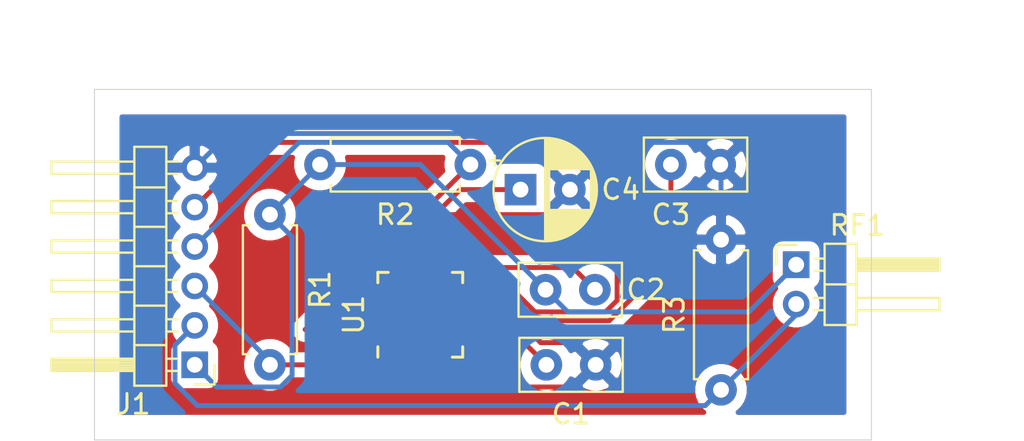
<source format=kicad_pcb>
(kicad_pcb (version 20171130) (host pcbnew "(5.1.9)-1")

  (general
    (thickness 1.6)
    (drawings 6)
    (tracks 76)
    (zones 0)
    (modules 10)
    (nets 13)
  )

  (page A4)
  (layers
    (0 F.Cu signal)
    (31 B.Cu signal)
    (32 B.Adhes user)
    (33 F.Adhes user)
    (34 B.Paste user)
    (35 F.Paste user)
    (36 B.SilkS user)
    (37 F.SilkS user)
    (38 B.Mask user)
    (39 F.Mask user)
    (40 Dwgs.User user)
    (41 Cmts.User user)
    (42 Eco1.User user)
    (43 Eco2.User user)
    (44 Edge.Cuts user)
    (45 Margin user)
    (46 B.CrtYd user)
    (47 F.CrtYd user)
    (48 B.Fab user)
    (49 F.Fab user)
  )

  (setup
    (last_trace_width 0.25)
    (trace_clearance 0.2)
    (zone_clearance 0.508)
    (zone_45_only no)
    (trace_min 0.2)
    (via_size 0.8)
    (via_drill 0.4)
    (via_min_size 0.4)
    (via_min_drill 0.3)
    (uvia_size 0.3)
    (uvia_drill 0.1)
    (uvias_allowed no)
    (uvia_min_size 0.2)
    (uvia_min_drill 0.1)
    (edge_width 0.05)
    (segment_width 0.2)
    (pcb_text_width 0.3)
    (pcb_text_size 1.5 1.5)
    (mod_edge_width 0.12)
    (mod_text_size 1 1)
    (mod_text_width 0.15)
    (pad_size 1.524 1.524)
    (pad_drill 0.762)
    (pad_to_mask_clearance 0)
    (aux_axis_origin 0 0)
    (visible_elements 7FFFFFFF)
    (pcbplotparams
      (layerselection 0x010fc_ffffffff)
      (usegerberextensions false)
      (usegerberattributes true)
      (usegerberadvancedattributes true)
      (creategerberjobfile true)
      (excludeedgelayer true)
      (linewidth 0.100000)
      (plotframeref false)
      (viasonmask false)
      (mode 1)
      (useauxorigin false)
      (hpglpennumber 1)
      (hpglpenspeed 20)
      (hpglpendiameter 15.000000)
      (psnegative false)
      (psa4output false)
      (plotreference true)
      (plotvalue true)
      (plotinvisibletext false)
      (padsonsilk false)
      (subtractmaskfromsilk false)
      (outputformat 1)
      (mirror false)
      (drillshape 1)
      (scaleselection 1)
      (outputdirectory ""))
  )

  (net 0 "")
  (net 1 /GND)
  (net 2 "Net-(C1-Pad2)")
  (net 3 "Net-(C2-Pad2)")
  (net 4 /3V3)
  (net 5 "Net-(C3-Pad1)")
  (net 6 "Net-(C4-Pad1)")
  (net 7 /A0)
  (net 8 /SDA)
  (net 9 /SCL)
  (net 10 /INT)
  (net 11 "Net-(U1-Pad6)")
  (net 12 "Net-(U1-Pad7)")

  (net_class Default "This is the default net class."
    (clearance 0.2)
    (trace_width 0.25)
    (via_dia 0.8)
    (via_drill 0.4)
    (uvia_dia 0.3)
    (uvia_drill 0.1)
    (add_net /3V3)
    (add_net /A0)
    (add_net /GND)
    (add_net /INT)
    (add_net /SCL)
    (add_net /SDA)
    (add_net "Net-(C1-Pad2)")
    (add_net "Net-(C2-Pad2)")
    (add_net "Net-(C3-Pad1)")
    (add_net "Net-(C4-Pad1)")
    (add_net "Net-(U1-Pad6)")
    (add_net "Net-(U1-Pad7)")
  )

  (module Capacitor_THT:C_Disc_D5.0mm_W2.5mm_P2.50mm (layer F.Cu) (tedit 5AE50EF0) (tstamp 6059CC8B)
    (at 113.03 97.79 180)
    (descr "C, Disc series, Radial, pin pitch=2.50mm, , diameter*width=5*2.5mm^2, Capacitor, http://cdn-reichelt.de/documents/datenblatt/B300/DS_KERKO_TC.pdf")
    (tags "C Disc series Radial pin pitch 2.50mm  diameter 5mm width 2.5mm Capacitor")
    (path /605A4665)
    (fp_text reference C1 (at 1.25 -2.5) (layer F.SilkS)
      (effects (font (size 1 1) (thickness 0.15)))
    )
    (fp_text value "0.1 uF" (at 1.25 2.5) (layer F.Fab)
      (effects (font (size 1 1) (thickness 0.15)))
    )
    (fp_line (start -1.25 -1.25) (end -1.25 1.25) (layer F.Fab) (width 0.1))
    (fp_line (start -1.25 1.25) (end 3.75 1.25) (layer F.Fab) (width 0.1))
    (fp_line (start 3.75 1.25) (end 3.75 -1.25) (layer F.Fab) (width 0.1))
    (fp_line (start 3.75 -1.25) (end -1.25 -1.25) (layer F.Fab) (width 0.1))
    (fp_line (start -1.37 -1.37) (end 3.87 -1.37) (layer F.SilkS) (width 0.12))
    (fp_line (start -1.37 1.37) (end 3.87 1.37) (layer F.SilkS) (width 0.12))
    (fp_line (start -1.37 -1.37) (end -1.37 1.37) (layer F.SilkS) (width 0.12))
    (fp_line (start 3.87 -1.37) (end 3.87 1.37) (layer F.SilkS) (width 0.12))
    (fp_line (start -1.5 -1.5) (end -1.5 1.5) (layer F.CrtYd) (width 0.05))
    (fp_line (start -1.5 1.5) (end 4 1.5) (layer F.CrtYd) (width 0.05))
    (fp_line (start 4 1.5) (end 4 -1.5) (layer F.CrtYd) (width 0.05))
    (fp_line (start 4 -1.5) (end -1.5 -1.5) (layer F.CrtYd) (width 0.05))
    (fp_text user %R (at 1.25 0) (layer F.Fab)
      (effects (font (size 1 1) (thickness 0.15)))
    )
    (pad 2 thru_hole circle (at 2.5 0 180) (size 1.6 1.6) (drill 0.8) (layers *.Cu *.Mask)
      (net 2 "Net-(C1-Pad2)"))
    (pad 1 thru_hole circle (at 0 0 180) (size 1.6 1.6) (drill 0.8) (layers *.Cu *.Mask)
      (net 1 /GND))
    (model ${KISYS3DMOD}/Capacitor_THT.3dshapes/C_Disc_D5.0mm_W2.5mm_P2.50mm.wrl
      (at (xyz 0 0 0))
      (scale (xyz 1 1 1))
      (rotate (xyz 0 0 0))
    )
  )

  (module Capacitor_THT:C_Disc_D5.0mm_W2.5mm_P2.50mm (layer F.Cu) (tedit 5AE50EF0) (tstamp 6059CC9E)
    (at 110.49 93.98)
    (descr "C, Disc series, Radial, pin pitch=2.50mm, , diameter*width=5*2.5mm^2, Capacitor, http://cdn-reichelt.de/documents/datenblatt/B300/DS_KERKO_TC.pdf")
    (tags "C Disc series Radial pin pitch 2.50mm  diameter 5mm width 2.5mm Capacitor")
    (path /605A2467)
    (fp_text reference C2 (at 5.08 0) (layer F.SilkS)
      (effects (font (size 1 1) (thickness 0.15)))
    )
    (fp_text value "0.1 uF" (at 1.25 2.5) (layer F.Fab)
      (effects (font (size 1 1) (thickness 0.15)))
    )
    (fp_line (start 4 -1.5) (end -1.5 -1.5) (layer F.CrtYd) (width 0.05))
    (fp_line (start 4 1.5) (end 4 -1.5) (layer F.CrtYd) (width 0.05))
    (fp_line (start -1.5 1.5) (end 4 1.5) (layer F.CrtYd) (width 0.05))
    (fp_line (start -1.5 -1.5) (end -1.5 1.5) (layer F.CrtYd) (width 0.05))
    (fp_line (start 3.87 -1.37) (end 3.87 1.37) (layer F.SilkS) (width 0.12))
    (fp_line (start -1.37 -1.37) (end -1.37 1.37) (layer F.SilkS) (width 0.12))
    (fp_line (start -1.37 1.37) (end 3.87 1.37) (layer F.SilkS) (width 0.12))
    (fp_line (start -1.37 -1.37) (end 3.87 -1.37) (layer F.SilkS) (width 0.12))
    (fp_line (start 3.75 -1.25) (end -1.25 -1.25) (layer F.Fab) (width 0.1))
    (fp_line (start 3.75 1.25) (end 3.75 -1.25) (layer F.Fab) (width 0.1))
    (fp_line (start -1.25 1.25) (end 3.75 1.25) (layer F.Fab) (width 0.1))
    (fp_line (start -1.25 -1.25) (end -1.25 1.25) (layer F.Fab) (width 0.1))
    (fp_text user %R (at 1.25 0) (layer F.Fab)
      (effects (font (size 1 1) (thickness 0.15)))
    )
    (pad 1 thru_hole circle (at 0 0) (size 1.6 1.6) (drill 0.8) (layers *.Cu *.Mask)
      (net 4 /3V3))
    (pad 2 thru_hole circle (at 2.5 0) (size 1.6 1.6) (drill 0.8) (layers *.Cu *.Mask)
      (net 3 "Net-(C2-Pad2)"))
    (model ${KISYS3DMOD}/Capacitor_THT.3dshapes/C_Disc_D5.0mm_W2.5mm_P2.50mm.wrl
      (at (xyz 0 0 0))
      (scale (xyz 1 1 1))
      (rotate (xyz 0 0 0))
    )
  )

  (module Capacitor_THT:C_Disc_D5.0mm_W2.5mm_P2.50mm (layer F.Cu) (tedit 5AE50EF0) (tstamp 6059CCB1)
    (at 116.84 87.63)
    (descr "C, Disc series, Radial, pin pitch=2.50mm, , diameter*width=5*2.5mm^2, Capacitor, http://cdn-reichelt.de/documents/datenblatt/B300/DS_KERKO_TC.pdf")
    (tags "C Disc series Radial pin pitch 2.50mm  diameter 5mm width 2.5mm Capacitor")
    (path /60598E4A)
    (fp_text reference C3 (at 0 2.54) (layer F.SilkS)
      (effects (font (size 1 1) (thickness 0.15)))
    )
    (fp_text value "0.1 uF" (at 1.25 2.5) (layer F.Fab)
      (effects (font (size 1 1) (thickness 0.15)))
    )
    (fp_line (start 4 -1.5) (end -1.5 -1.5) (layer F.CrtYd) (width 0.05))
    (fp_line (start 4 1.5) (end 4 -1.5) (layer F.CrtYd) (width 0.05))
    (fp_line (start -1.5 1.5) (end 4 1.5) (layer F.CrtYd) (width 0.05))
    (fp_line (start -1.5 -1.5) (end -1.5 1.5) (layer F.CrtYd) (width 0.05))
    (fp_line (start 3.87 -1.37) (end 3.87 1.37) (layer F.SilkS) (width 0.12))
    (fp_line (start -1.37 -1.37) (end -1.37 1.37) (layer F.SilkS) (width 0.12))
    (fp_line (start -1.37 1.37) (end 3.87 1.37) (layer F.SilkS) (width 0.12))
    (fp_line (start -1.37 -1.37) (end 3.87 -1.37) (layer F.SilkS) (width 0.12))
    (fp_line (start 3.75 -1.25) (end -1.25 -1.25) (layer F.Fab) (width 0.1))
    (fp_line (start 3.75 1.25) (end 3.75 -1.25) (layer F.Fab) (width 0.1))
    (fp_line (start -1.25 1.25) (end 3.75 1.25) (layer F.Fab) (width 0.1))
    (fp_line (start -1.25 -1.25) (end -1.25 1.25) (layer F.Fab) (width 0.1))
    (fp_text user %R (at 1.25 0) (layer F.Fab)
      (effects (font (size 1 1) (thickness 0.15)))
    )
    (pad 1 thru_hole circle (at 0 0) (size 1.6 1.6) (drill 0.8) (layers *.Cu *.Mask)
      (net 5 "Net-(C3-Pad1)"))
    (pad 2 thru_hole circle (at 2.5 0) (size 1.6 1.6) (drill 0.8) (layers *.Cu *.Mask)
      (net 1 /GND))
    (model ${KISYS3DMOD}/Capacitor_THT.3dshapes/C_Disc_D5.0mm_W2.5mm_P2.50mm.wrl
      (at (xyz 0 0 0))
      (scale (xyz 1 1 1))
      (rotate (xyz 0 0 0))
    )
  )

  (module Capacitor_THT:CP_Radial_D5.0mm_P2.50mm (layer F.Cu) (tedit 5AE50EF0) (tstamp 6059CD35)
    (at 109.22 88.9)
    (descr "CP, Radial series, Radial, pin pitch=2.50mm, , diameter=5mm, Electrolytic Capacitor")
    (tags "CP Radial series Radial pin pitch 2.50mm  diameter 5mm Electrolytic Capacitor")
    (path /6059670F)
    (fp_text reference C4 (at 5.08 0) (layer F.SilkS)
      (effects (font (size 1 1) (thickness 0.15)))
    )
    (fp_text value "2200 pF" (at 1.25 3.75) (layer F.Fab)
      (effects (font (size 1 1) (thickness 0.15)))
    )
    (fp_line (start -1.304775 -1.725) (end -1.304775 -1.225) (layer F.SilkS) (width 0.12))
    (fp_line (start -1.554775 -1.475) (end -1.054775 -1.475) (layer F.SilkS) (width 0.12))
    (fp_line (start 3.851 -0.284) (end 3.851 0.284) (layer F.SilkS) (width 0.12))
    (fp_line (start 3.811 -0.518) (end 3.811 0.518) (layer F.SilkS) (width 0.12))
    (fp_line (start 3.771 -0.677) (end 3.771 0.677) (layer F.SilkS) (width 0.12))
    (fp_line (start 3.731 -0.805) (end 3.731 0.805) (layer F.SilkS) (width 0.12))
    (fp_line (start 3.691 -0.915) (end 3.691 0.915) (layer F.SilkS) (width 0.12))
    (fp_line (start 3.651 -1.011) (end 3.651 1.011) (layer F.SilkS) (width 0.12))
    (fp_line (start 3.611 -1.098) (end 3.611 1.098) (layer F.SilkS) (width 0.12))
    (fp_line (start 3.571 -1.178) (end 3.571 1.178) (layer F.SilkS) (width 0.12))
    (fp_line (start 3.531 1.04) (end 3.531 1.251) (layer F.SilkS) (width 0.12))
    (fp_line (start 3.531 -1.251) (end 3.531 -1.04) (layer F.SilkS) (width 0.12))
    (fp_line (start 3.491 1.04) (end 3.491 1.319) (layer F.SilkS) (width 0.12))
    (fp_line (start 3.491 -1.319) (end 3.491 -1.04) (layer F.SilkS) (width 0.12))
    (fp_line (start 3.451 1.04) (end 3.451 1.383) (layer F.SilkS) (width 0.12))
    (fp_line (start 3.451 -1.383) (end 3.451 -1.04) (layer F.SilkS) (width 0.12))
    (fp_line (start 3.411 1.04) (end 3.411 1.443) (layer F.SilkS) (width 0.12))
    (fp_line (start 3.411 -1.443) (end 3.411 -1.04) (layer F.SilkS) (width 0.12))
    (fp_line (start 3.371 1.04) (end 3.371 1.5) (layer F.SilkS) (width 0.12))
    (fp_line (start 3.371 -1.5) (end 3.371 -1.04) (layer F.SilkS) (width 0.12))
    (fp_line (start 3.331 1.04) (end 3.331 1.554) (layer F.SilkS) (width 0.12))
    (fp_line (start 3.331 -1.554) (end 3.331 -1.04) (layer F.SilkS) (width 0.12))
    (fp_line (start 3.291 1.04) (end 3.291 1.605) (layer F.SilkS) (width 0.12))
    (fp_line (start 3.291 -1.605) (end 3.291 -1.04) (layer F.SilkS) (width 0.12))
    (fp_line (start 3.251 1.04) (end 3.251 1.653) (layer F.SilkS) (width 0.12))
    (fp_line (start 3.251 -1.653) (end 3.251 -1.04) (layer F.SilkS) (width 0.12))
    (fp_line (start 3.211 1.04) (end 3.211 1.699) (layer F.SilkS) (width 0.12))
    (fp_line (start 3.211 -1.699) (end 3.211 -1.04) (layer F.SilkS) (width 0.12))
    (fp_line (start 3.171 1.04) (end 3.171 1.743) (layer F.SilkS) (width 0.12))
    (fp_line (start 3.171 -1.743) (end 3.171 -1.04) (layer F.SilkS) (width 0.12))
    (fp_line (start 3.131 1.04) (end 3.131 1.785) (layer F.SilkS) (width 0.12))
    (fp_line (start 3.131 -1.785) (end 3.131 -1.04) (layer F.SilkS) (width 0.12))
    (fp_line (start 3.091 1.04) (end 3.091 1.826) (layer F.SilkS) (width 0.12))
    (fp_line (start 3.091 -1.826) (end 3.091 -1.04) (layer F.SilkS) (width 0.12))
    (fp_line (start 3.051 1.04) (end 3.051 1.864) (layer F.SilkS) (width 0.12))
    (fp_line (start 3.051 -1.864) (end 3.051 -1.04) (layer F.SilkS) (width 0.12))
    (fp_line (start 3.011 1.04) (end 3.011 1.901) (layer F.SilkS) (width 0.12))
    (fp_line (start 3.011 -1.901) (end 3.011 -1.04) (layer F.SilkS) (width 0.12))
    (fp_line (start 2.971 1.04) (end 2.971 1.937) (layer F.SilkS) (width 0.12))
    (fp_line (start 2.971 -1.937) (end 2.971 -1.04) (layer F.SilkS) (width 0.12))
    (fp_line (start 2.931 1.04) (end 2.931 1.971) (layer F.SilkS) (width 0.12))
    (fp_line (start 2.931 -1.971) (end 2.931 -1.04) (layer F.SilkS) (width 0.12))
    (fp_line (start 2.891 1.04) (end 2.891 2.004) (layer F.SilkS) (width 0.12))
    (fp_line (start 2.891 -2.004) (end 2.891 -1.04) (layer F.SilkS) (width 0.12))
    (fp_line (start 2.851 1.04) (end 2.851 2.035) (layer F.SilkS) (width 0.12))
    (fp_line (start 2.851 -2.035) (end 2.851 -1.04) (layer F.SilkS) (width 0.12))
    (fp_line (start 2.811 1.04) (end 2.811 2.065) (layer F.SilkS) (width 0.12))
    (fp_line (start 2.811 -2.065) (end 2.811 -1.04) (layer F.SilkS) (width 0.12))
    (fp_line (start 2.771 1.04) (end 2.771 2.095) (layer F.SilkS) (width 0.12))
    (fp_line (start 2.771 -2.095) (end 2.771 -1.04) (layer F.SilkS) (width 0.12))
    (fp_line (start 2.731 1.04) (end 2.731 2.122) (layer F.SilkS) (width 0.12))
    (fp_line (start 2.731 -2.122) (end 2.731 -1.04) (layer F.SilkS) (width 0.12))
    (fp_line (start 2.691 1.04) (end 2.691 2.149) (layer F.SilkS) (width 0.12))
    (fp_line (start 2.691 -2.149) (end 2.691 -1.04) (layer F.SilkS) (width 0.12))
    (fp_line (start 2.651 1.04) (end 2.651 2.175) (layer F.SilkS) (width 0.12))
    (fp_line (start 2.651 -2.175) (end 2.651 -1.04) (layer F.SilkS) (width 0.12))
    (fp_line (start 2.611 1.04) (end 2.611 2.2) (layer F.SilkS) (width 0.12))
    (fp_line (start 2.611 -2.2) (end 2.611 -1.04) (layer F.SilkS) (width 0.12))
    (fp_line (start 2.571 1.04) (end 2.571 2.224) (layer F.SilkS) (width 0.12))
    (fp_line (start 2.571 -2.224) (end 2.571 -1.04) (layer F.SilkS) (width 0.12))
    (fp_line (start 2.531 1.04) (end 2.531 2.247) (layer F.SilkS) (width 0.12))
    (fp_line (start 2.531 -2.247) (end 2.531 -1.04) (layer F.SilkS) (width 0.12))
    (fp_line (start 2.491 1.04) (end 2.491 2.268) (layer F.SilkS) (width 0.12))
    (fp_line (start 2.491 -2.268) (end 2.491 -1.04) (layer F.SilkS) (width 0.12))
    (fp_line (start 2.451 1.04) (end 2.451 2.29) (layer F.SilkS) (width 0.12))
    (fp_line (start 2.451 -2.29) (end 2.451 -1.04) (layer F.SilkS) (width 0.12))
    (fp_line (start 2.411 1.04) (end 2.411 2.31) (layer F.SilkS) (width 0.12))
    (fp_line (start 2.411 -2.31) (end 2.411 -1.04) (layer F.SilkS) (width 0.12))
    (fp_line (start 2.371 1.04) (end 2.371 2.329) (layer F.SilkS) (width 0.12))
    (fp_line (start 2.371 -2.329) (end 2.371 -1.04) (layer F.SilkS) (width 0.12))
    (fp_line (start 2.331 1.04) (end 2.331 2.348) (layer F.SilkS) (width 0.12))
    (fp_line (start 2.331 -2.348) (end 2.331 -1.04) (layer F.SilkS) (width 0.12))
    (fp_line (start 2.291 1.04) (end 2.291 2.365) (layer F.SilkS) (width 0.12))
    (fp_line (start 2.291 -2.365) (end 2.291 -1.04) (layer F.SilkS) (width 0.12))
    (fp_line (start 2.251 1.04) (end 2.251 2.382) (layer F.SilkS) (width 0.12))
    (fp_line (start 2.251 -2.382) (end 2.251 -1.04) (layer F.SilkS) (width 0.12))
    (fp_line (start 2.211 1.04) (end 2.211 2.398) (layer F.SilkS) (width 0.12))
    (fp_line (start 2.211 -2.398) (end 2.211 -1.04) (layer F.SilkS) (width 0.12))
    (fp_line (start 2.171 1.04) (end 2.171 2.414) (layer F.SilkS) (width 0.12))
    (fp_line (start 2.171 -2.414) (end 2.171 -1.04) (layer F.SilkS) (width 0.12))
    (fp_line (start 2.131 1.04) (end 2.131 2.428) (layer F.SilkS) (width 0.12))
    (fp_line (start 2.131 -2.428) (end 2.131 -1.04) (layer F.SilkS) (width 0.12))
    (fp_line (start 2.091 1.04) (end 2.091 2.442) (layer F.SilkS) (width 0.12))
    (fp_line (start 2.091 -2.442) (end 2.091 -1.04) (layer F.SilkS) (width 0.12))
    (fp_line (start 2.051 1.04) (end 2.051 2.455) (layer F.SilkS) (width 0.12))
    (fp_line (start 2.051 -2.455) (end 2.051 -1.04) (layer F.SilkS) (width 0.12))
    (fp_line (start 2.011 1.04) (end 2.011 2.468) (layer F.SilkS) (width 0.12))
    (fp_line (start 2.011 -2.468) (end 2.011 -1.04) (layer F.SilkS) (width 0.12))
    (fp_line (start 1.971 1.04) (end 1.971 2.48) (layer F.SilkS) (width 0.12))
    (fp_line (start 1.971 -2.48) (end 1.971 -1.04) (layer F.SilkS) (width 0.12))
    (fp_line (start 1.93 1.04) (end 1.93 2.491) (layer F.SilkS) (width 0.12))
    (fp_line (start 1.93 -2.491) (end 1.93 -1.04) (layer F.SilkS) (width 0.12))
    (fp_line (start 1.89 1.04) (end 1.89 2.501) (layer F.SilkS) (width 0.12))
    (fp_line (start 1.89 -2.501) (end 1.89 -1.04) (layer F.SilkS) (width 0.12))
    (fp_line (start 1.85 1.04) (end 1.85 2.511) (layer F.SilkS) (width 0.12))
    (fp_line (start 1.85 -2.511) (end 1.85 -1.04) (layer F.SilkS) (width 0.12))
    (fp_line (start 1.81 1.04) (end 1.81 2.52) (layer F.SilkS) (width 0.12))
    (fp_line (start 1.81 -2.52) (end 1.81 -1.04) (layer F.SilkS) (width 0.12))
    (fp_line (start 1.77 1.04) (end 1.77 2.528) (layer F.SilkS) (width 0.12))
    (fp_line (start 1.77 -2.528) (end 1.77 -1.04) (layer F.SilkS) (width 0.12))
    (fp_line (start 1.73 1.04) (end 1.73 2.536) (layer F.SilkS) (width 0.12))
    (fp_line (start 1.73 -2.536) (end 1.73 -1.04) (layer F.SilkS) (width 0.12))
    (fp_line (start 1.69 1.04) (end 1.69 2.543) (layer F.SilkS) (width 0.12))
    (fp_line (start 1.69 -2.543) (end 1.69 -1.04) (layer F.SilkS) (width 0.12))
    (fp_line (start 1.65 1.04) (end 1.65 2.55) (layer F.SilkS) (width 0.12))
    (fp_line (start 1.65 -2.55) (end 1.65 -1.04) (layer F.SilkS) (width 0.12))
    (fp_line (start 1.61 1.04) (end 1.61 2.556) (layer F.SilkS) (width 0.12))
    (fp_line (start 1.61 -2.556) (end 1.61 -1.04) (layer F.SilkS) (width 0.12))
    (fp_line (start 1.57 1.04) (end 1.57 2.561) (layer F.SilkS) (width 0.12))
    (fp_line (start 1.57 -2.561) (end 1.57 -1.04) (layer F.SilkS) (width 0.12))
    (fp_line (start 1.53 1.04) (end 1.53 2.565) (layer F.SilkS) (width 0.12))
    (fp_line (start 1.53 -2.565) (end 1.53 -1.04) (layer F.SilkS) (width 0.12))
    (fp_line (start 1.49 1.04) (end 1.49 2.569) (layer F.SilkS) (width 0.12))
    (fp_line (start 1.49 -2.569) (end 1.49 -1.04) (layer F.SilkS) (width 0.12))
    (fp_line (start 1.45 -2.573) (end 1.45 2.573) (layer F.SilkS) (width 0.12))
    (fp_line (start 1.41 -2.576) (end 1.41 2.576) (layer F.SilkS) (width 0.12))
    (fp_line (start 1.37 -2.578) (end 1.37 2.578) (layer F.SilkS) (width 0.12))
    (fp_line (start 1.33 -2.579) (end 1.33 2.579) (layer F.SilkS) (width 0.12))
    (fp_line (start 1.29 -2.58) (end 1.29 2.58) (layer F.SilkS) (width 0.12))
    (fp_line (start 1.25 -2.58) (end 1.25 2.58) (layer F.SilkS) (width 0.12))
    (fp_line (start -0.633605 -1.3375) (end -0.633605 -0.8375) (layer F.Fab) (width 0.1))
    (fp_line (start -0.883605 -1.0875) (end -0.383605 -1.0875) (layer F.Fab) (width 0.1))
    (fp_circle (center 1.25 0) (end 4 0) (layer F.CrtYd) (width 0.05))
    (fp_circle (center 1.25 0) (end 3.87 0) (layer F.SilkS) (width 0.12))
    (fp_circle (center 1.25 0) (end 3.75 0) (layer F.Fab) (width 0.1))
    (fp_text user %R (at 1.25 0) (layer F.Fab)
      (effects (font (size 1 1) (thickness 0.15)))
    )
    (pad 1 thru_hole rect (at 0 0) (size 1.6 1.6) (drill 0.8) (layers *.Cu *.Mask)
      (net 6 "Net-(C4-Pad1)"))
    (pad 2 thru_hole circle (at 2.5 0) (size 1.6 1.6) (drill 0.8) (layers *.Cu *.Mask)
      (net 1 /GND))
    (model ${KISYS3DMOD}/Capacitor_THT.3dshapes/CP_Radial_D5.0mm_P2.50mm.wrl
      (at (xyz 0 0 0))
      (scale (xyz 1 1 1))
      (rotate (xyz 0 0 0))
    )
  )

  (module Connector_PinHeader_2.00mm:PinHeader_1x06_P2.00mm_Horizontal (layer F.Cu) (tedit 59FED667) (tstamp 6059CD9B)
    (at 92.71 97.79 180)
    (descr "Through hole angled pin header, 1x06, 2.00mm pitch, 4.2mm pin length, single row")
    (tags "Through hole angled pin header THT 1x06 2.00mm single row")
    (path /6059A863)
    (fp_text reference J1 (at 3.1 -2) (layer F.SilkS)
      (effects (font (size 1 1) (thickness 0.15)))
    )
    (fp_text value Conn_01x06_Male (at 3.1 12) (layer F.Fab)
      (effects (font (size 1 1) (thickness 0.15)))
    )
    (fp_line (start 7.7 -1.5) (end -1.5 -1.5) (layer F.CrtYd) (width 0.05))
    (fp_line (start 7.7 11.5) (end 7.7 -1.5) (layer F.CrtYd) (width 0.05))
    (fp_line (start -1.5 11.5) (end 7.7 11.5) (layer F.CrtYd) (width 0.05))
    (fp_line (start -1.5 -1.5) (end -1.5 11.5) (layer F.CrtYd) (width 0.05))
    (fp_line (start -1 -1) (end 0 -1) (layer F.SilkS) (width 0.12))
    (fp_line (start -1 0) (end -1 -1) (layer F.SilkS) (width 0.12))
    (fp_line (start 0.882114 10.31) (end 1.44 10.31) (layer F.SilkS) (width 0.12))
    (fp_line (start 0.882114 9.69) (end 1.44 9.69) (layer F.SilkS) (width 0.12))
    (fp_line (start 7.26 10.31) (end 3.06 10.31) (layer F.SilkS) (width 0.12))
    (fp_line (start 7.26 9.69) (end 7.26 10.31) (layer F.SilkS) (width 0.12))
    (fp_line (start 3.06 9.69) (end 7.26 9.69) (layer F.SilkS) (width 0.12))
    (fp_line (start 1.44 9) (end 3.06 9) (layer F.SilkS) (width 0.12))
    (fp_line (start 0.882114 8.31) (end 1.44 8.31) (layer F.SilkS) (width 0.12))
    (fp_line (start 0.882114 7.69) (end 1.44 7.69) (layer F.SilkS) (width 0.12))
    (fp_line (start 7.26 8.31) (end 3.06 8.31) (layer F.SilkS) (width 0.12))
    (fp_line (start 7.26 7.69) (end 7.26 8.31) (layer F.SilkS) (width 0.12))
    (fp_line (start 3.06 7.69) (end 7.26 7.69) (layer F.SilkS) (width 0.12))
    (fp_line (start 1.44 7) (end 3.06 7) (layer F.SilkS) (width 0.12))
    (fp_line (start 0.882114 6.31) (end 1.44 6.31) (layer F.SilkS) (width 0.12))
    (fp_line (start 0.882114 5.69) (end 1.44 5.69) (layer F.SilkS) (width 0.12))
    (fp_line (start 7.26 6.31) (end 3.06 6.31) (layer F.SilkS) (width 0.12))
    (fp_line (start 7.26 5.69) (end 7.26 6.31) (layer F.SilkS) (width 0.12))
    (fp_line (start 3.06 5.69) (end 7.26 5.69) (layer F.SilkS) (width 0.12))
    (fp_line (start 1.44 5) (end 3.06 5) (layer F.SilkS) (width 0.12))
    (fp_line (start 0.882114 4.31) (end 1.44 4.31) (layer F.SilkS) (width 0.12))
    (fp_line (start 0.882114 3.69) (end 1.44 3.69) (layer F.SilkS) (width 0.12))
    (fp_line (start 7.26 4.31) (end 3.06 4.31) (layer F.SilkS) (width 0.12))
    (fp_line (start 7.26 3.69) (end 7.26 4.31) (layer F.SilkS) (width 0.12))
    (fp_line (start 3.06 3.69) (end 7.26 3.69) (layer F.SilkS) (width 0.12))
    (fp_line (start 1.44 3) (end 3.06 3) (layer F.SilkS) (width 0.12))
    (fp_line (start 0.882114 2.31) (end 1.44 2.31) (layer F.SilkS) (width 0.12))
    (fp_line (start 0.882114 1.69) (end 1.44 1.69) (layer F.SilkS) (width 0.12))
    (fp_line (start 7.26 2.31) (end 3.06 2.31) (layer F.SilkS) (width 0.12))
    (fp_line (start 7.26 1.69) (end 7.26 2.31) (layer F.SilkS) (width 0.12))
    (fp_line (start 3.06 1.69) (end 7.26 1.69) (layer F.SilkS) (width 0.12))
    (fp_line (start 1.44 1) (end 3.06 1) (layer F.SilkS) (width 0.12))
    (fp_line (start 0.935 0.31) (end 1.44 0.31) (layer F.SilkS) (width 0.12))
    (fp_line (start 0.935 -0.31) (end 1.44 -0.31) (layer F.SilkS) (width 0.12))
    (fp_line (start 3.06 0.23) (end 7.26 0.23) (layer F.SilkS) (width 0.12))
    (fp_line (start 3.06 0.11) (end 7.26 0.11) (layer F.SilkS) (width 0.12))
    (fp_line (start 3.06 -0.01) (end 7.26 -0.01) (layer F.SilkS) (width 0.12))
    (fp_line (start 3.06 -0.13) (end 7.26 -0.13) (layer F.SilkS) (width 0.12))
    (fp_line (start 3.06 -0.25) (end 7.26 -0.25) (layer F.SilkS) (width 0.12))
    (fp_line (start 7.26 0.31) (end 3.06 0.31) (layer F.SilkS) (width 0.12))
    (fp_line (start 7.26 -0.31) (end 7.26 0.31) (layer F.SilkS) (width 0.12))
    (fp_line (start 3.06 -0.31) (end 7.26 -0.31) (layer F.SilkS) (width 0.12))
    (fp_line (start 3.06 -1.06) (end 1.44 -1.06) (layer F.SilkS) (width 0.12))
    (fp_line (start 3.06 11.06) (end 3.06 -1.06) (layer F.SilkS) (width 0.12))
    (fp_line (start 1.44 11.06) (end 3.06 11.06) (layer F.SilkS) (width 0.12))
    (fp_line (start 1.44 -1.06) (end 1.44 11.06) (layer F.SilkS) (width 0.12))
    (fp_line (start 3 10.25) (end 7.2 10.25) (layer F.Fab) (width 0.1))
    (fp_line (start 7.2 9.75) (end 7.2 10.25) (layer F.Fab) (width 0.1))
    (fp_line (start 3 9.75) (end 7.2 9.75) (layer F.Fab) (width 0.1))
    (fp_line (start -0.25 10.25) (end 1.5 10.25) (layer F.Fab) (width 0.1))
    (fp_line (start -0.25 9.75) (end -0.25 10.25) (layer F.Fab) (width 0.1))
    (fp_line (start -0.25 9.75) (end 1.5 9.75) (layer F.Fab) (width 0.1))
    (fp_line (start 3 8.25) (end 7.2 8.25) (layer F.Fab) (width 0.1))
    (fp_line (start 7.2 7.75) (end 7.2 8.25) (layer F.Fab) (width 0.1))
    (fp_line (start 3 7.75) (end 7.2 7.75) (layer F.Fab) (width 0.1))
    (fp_line (start -0.25 8.25) (end 1.5 8.25) (layer F.Fab) (width 0.1))
    (fp_line (start -0.25 7.75) (end -0.25 8.25) (layer F.Fab) (width 0.1))
    (fp_line (start -0.25 7.75) (end 1.5 7.75) (layer F.Fab) (width 0.1))
    (fp_line (start 3 6.25) (end 7.2 6.25) (layer F.Fab) (width 0.1))
    (fp_line (start 7.2 5.75) (end 7.2 6.25) (layer F.Fab) (width 0.1))
    (fp_line (start 3 5.75) (end 7.2 5.75) (layer F.Fab) (width 0.1))
    (fp_line (start -0.25 6.25) (end 1.5 6.25) (layer F.Fab) (width 0.1))
    (fp_line (start -0.25 5.75) (end -0.25 6.25) (layer F.Fab) (width 0.1))
    (fp_line (start -0.25 5.75) (end 1.5 5.75) (layer F.Fab) (width 0.1))
    (fp_line (start 3 4.25) (end 7.2 4.25) (layer F.Fab) (width 0.1))
    (fp_line (start 7.2 3.75) (end 7.2 4.25) (layer F.Fab) (width 0.1))
    (fp_line (start 3 3.75) (end 7.2 3.75) (layer F.Fab) (width 0.1))
    (fp_line (start -0.25 4.25) (end 1.5 4.25) (layer F.Fab) (width 0.1))
    (fp_line (start -0.25 3.75) (end -0.25 4.25) (layer F.Fab) (width 0.1))
    (fp_line (start -0.25 3.75) (end 1.5 3.75) (layer F.Fab) (width 0.1))
    (fp_line (start 3 2.25) (end 7.2 2.25) (layer F.Fab) (width 0.1))
    (fp_line (start 7.2 1.75) (end 7.2 2.25) (layer F.Fab) (width 0.1))
    (fp_line (start 3 1.75) (end 7.2 1.75) (layer F.Fab) (width 0.1))
    (fp_line (start -0.25 2.25) (end 1.5 2.25) (layer F.Fab) (width 0.1))
    (fp_line (start -0.25 1.75) (end -0.25 2.25) (layer F.Fab) (width 0.1))
    (fp_line (start -0.25 1.75) (end 1.5 1.75) (layer F.Fab) (width 0.1))
    (fp_line (start 3 0.25) (end 7.2 0.25) (layer F.Fab) (width 0.1))
    (fp_line (start 7.2 -0.25) (end 7.2 0.25) (layer F.Fab) (width 0.1))
    (fp_line (start 3 -0.25) (end 7.2 -0.25) (layer F.Fab) (width 0.1))
    (fp_line (start -0.25 0.25) (end 1.5 0.25) (layer F.Fab) (width 0.1))
    (fp_line (start -0.25 -0.25) (end -0.25 0.25) (layer F.Fab) (width 0.1))
    (fp_line (start -0.25 -0.25) (end 1.5 -0.25) (layer F.Fab) (width 0.1))
    (fp_line (start 1.5 -0.625) (end 1.875 -1) (layer F.Fab) (width 0.1))
    (fp_line (start 1.5 11) (end 1.5 -0.625) (layer F.Fab) (width 0.1))
    (fp_line (start 3 11) (end 1.5 11) (layer F.Fab) (width 0.1))
    (fp_line (start 3 -1) (end 3 11) (layer F.Fab) (width 0.1))
    (fp_line (start 1.875 -1) (end 3 -1) (layer F.Fab) (width 0.1))
    (fp_text user %R (at 2.25 5 90) (layer F.Fab)
      (effects (font (size 0.9 0.9) (thickness 0.135)))
    )
    (pad 1 thru_hole rect (at 0 0 180) (size 1.35 1.35) (drill 0.8) (layers *.Cu *.Mask)
      (net 4 /3V3))
    (pad 2 thru_hole oval (at 0 2 180) (size 1.35 1.35) (drill 0.8) (layers *.Cu *.Mask)
      (net 7 /A0))
    (pad 3 thru_hole oval (at 0 4 180) (size 1.35 1.35) (drill 0.8) (layers *.Cu *.Mask)
      (net 8 /SDA))
    (pad 4 thru_hole oval (at 0 6 180) (size 1.35 1.35) (drill 0.8) (layers *.Cu *.Mask)
      (net 9 /SCL))
    (pad 5 thru_hole oval (at 0 8 180) (size 1.35 1.35) (drill 0.8) (layers *.Cu *.Mask)
      (net 10 /INT))
    (pad 6 thru_hole oval (at 0 10 180) (size 1.35 1.35) (drill 0.8) (layers *.Cu *.Mask)
      (net 1 /GND))
    (model ${KISYS3DMOD}/Connector_PinHeader_2.00mm.3dshapes/PinHeader_1x06_P2.00mm_Horizontal.wrl
      (at (xyz 0 0 0))
      (scale (xyz 1 1 1))
      (rotate (xyz 0 0 0))
    )
  )

  (module Resistor_THT:R_Axial_DIN0207_L6.3mm_D2.5mm_P7.62mm_Horizontal (layer F.Cu) (tedit 5AE5139B) (tstamp 6059CDB2)
    (at 96.52 90.17 270)
    (descr "Resistor, Axial_DIN0207 series, Axial, Horizontal, pin pitch=7.62mm, 0.25W = 1/4W, length*diameter=6.3*2.5mm^2, http://cdn-reichelt.de/documents/datenblatt/B400/1_4W%23YAG.pdf")
    (tags "Resistor Axial_DIN0207 series Axial Horizontal pin pitch 7.62mm 0.25W = 1/4W length 6.3mm diameter 2.5mm")
    (path /6059C8F5)
    (fp_text reference R1 (at 3.81 -2.54 90) (layer F.SilkS)
      (effects (font (size 1 1) (thickness 0.15)))
    )
    (fp_text value "2.2 kΩ" (at 3.81 2.37 90) (layer F.Fab)
      (effects (font (size 1 1) (thickness 0.15)))
    )
    (fp_line (start 0.66 -1.25) (end 0.66 1.25) (layer F.Fab) (width 0.1))
    (fp_line (start 0.66 1.25) (end 6.96 1.25) (layer F.Fab) (width 0.1))
    (fp_line (start 6.96 1.25) (end 6.96 -1.25) (layer F.Fab) (width 0.1))
    (fp_line (start 6.96 -1.25) (end 0.66 -1.25) (layer F.Fab) (width 0.1))
    (fp_line (start 0 0) (end 0.66 0) (layer F.Fab) (width 0.1))
    (fp_line (start 7.62 0) (end 6.96 0) (layer F.Fab) (width 0.1))
    (fp_line (start 0.54 -1.04) (end 0.54 -1.37) (layer F.SilkS) (width 0.12))
    (fp_line (start 0.54 -1.37) (end 7.08 -1.37) (layer F.SilkS) (width 0.12))
    (fp_line (start 7.08 -1.37) (end 7.08 -1.04) (layer F.SilkS) (width 0.12))
    (fp_line (start 0.54 1.04) (end 0.54 1.37) (layer F.SilkS) (width 0.12))
    (fp_line (start 0.54 1.37) (end 7.08 1.37) (layer F.SilkS) (width 0.12))
    (fp_line (start 7.08 1.37) (end 7.08 1.04) (layer F.SilkS) (width 0.12))
    (fp_line (start -1.05 -1.5) (end -1.05 1.5) (layer F.CrtYd) (width 0.05))
    (fp_line (start -1.05 1.5) (end 8.67 1.5) (layer F.CrtYd) (width 0.05))
    (fp_line (start 8.67 1.5) (end 8.67 -1.5) (layer F.CrtYd) (width 0.05))
    (fp_line (start 8.67 -1.5) (end -1.05 -1.5) (layer F.CrtYd) (width 0.05))
    (fp_text user %R (at 3.81 0 270) (layer F.Fab)
      (effects (font (size 1 1) (thickness 0.15)))
    )
    (pad 2 thru_hole oval (at 7.62 0 270) (size 1.6 1.6) (drill 0.8) (layers *.Cu *.Mask)
      (net 8 /SDA))
    (pad 1 thru_hole circle (at 0 0 270) (size 1.6 1.6) (drill 0.8) (layers *.Cu *.Mask)
      (net 4 /3V3))
    (model ${KISYS3DMOD}/Resistor_THT.3dshapes/R_Axial_DIN0207_L6.3mm_D2.5mm_P7.62mm_Horizontal.wrl
      (at (xyz 0 0 0))
      (scale (xyz 1 1 1))
      (rotate (xyz 0 0 0))
    )
  )

  (module Resistor_THT:R_Axial_DIN0207_L6.3mm_D2.5mm_P7.62mm_Horizontal (layer F.Cu) (tedit 5AE5139B) (tstamp 60593575)
    (at 99.06 87.63)
    (descr "Resistor, Axial_DIN0207 series, Axial, Horizontal, pin pitch=7.62mm, 0.25W = 1/4W, length*diameter=6.3*2.5mm^2, http://cdn-reichelt.de/documents/datenblatt/B400/1_4W%23YAG.pdf")
    (tags "Resistor Axial_DIN0207 series Axial Horizontal pin pitch 7.62mm 0.25W = 1/4W length 6.3mm diameter 2.5mm")
    (path /6059CC0F)
    (fp_text reference R2 (at 3.81 2.54) (layer F.SilkS)
      (effects (font (size 1 1) (thickness 0.15)))
    )
    (fp_text value "2.2 kΩ" (at 3.81 2.37) (layer F.Fab)
      (effects (font (size 1 1) (thickness 0.15)))
    )
    (fp_line (start 8.67 -1.5) (end -1.05 -1.5) (layer F.CrtYd) (width 0.05))
    (fp_line (start 8.67 1.5) (end 8.67 -1.5) (layer F.CrtYd) (width 0.05))
    (fp_line (start -1.05 1.5) (end 8.67 1.5) (layer F.CrtYd) (width 0.05))
    (fp_line (start -1.05 -1.5) (end -1.05 1.5) (layer F.CrtYd) (width 0.05))
    (fp_line (start 7.08 1.37) (end 7.08 1.04) (layer F.SilkS) (width 0.12))
    (fp_line (start 0.54 1.37) (end 7.08 1.37) (layer F.SilkS) (width 0.12))
    (fp_line (start 0.54 1.04) (end 0.54 1.37) (layer F.SilkS) (width 0.12))
    (fp_line (start 7.08 -1.37) (end 7.08 -1.04) (layer F.SilkS) (width 0.12))
    (fp_line (start 0.54 -1.37) (end 7.08 -1.37) (layer F.SilkS) (width 0.12))
    (fp_line (start 0.54 -1.04) (end 0.54 -1.37) (layer F.SilkS) (width 0.12))
    (fp_line (start 7.62 0) (end 6.96 0) (layer F.Fab) (width 0.1))
    (fp_line (start 0 0) (end 0.66 0) (layer F.Fab) (width 0.1))
    (fp_line (start 6.96 -1.25) (end 0.66 -1.25) (layer F.Fab) (width 0.1))
    (fp_line (start 6.96 1.25) (end 6.96 -1.25) (layer F.Fab) (width 0.1))
    (fp_line (start 0.66 1.25) (end 6.96 1.25) (layer F.Fab) (width 0.1))
    (fp_line (start 0.66 -1.25) (end 0.66 1.25) (layer F.Fab) (width 0.1))
    (fp_text user %R (at 3.81 0) (layer F.Fab)
      (effects (font (size 1 1) (thickness 0.15)))
    )
    (pad 1 thru_hole circle (at 0 0) (size 1.6 1.6) (drill 0.8) (layers *.Cu *.Mask)
      (net 4 /3V3))
    (pad 2 thru_hole oval (at 7.62 0) (size 1.6 1.6) (drill 0.8) (layers *.Cu *.Mask)
      (net 9 /SCL))
    (model ${KISYS3DMOD}/Resistor_THT.3dshapes/R_Axial_DIN0207_L6.3mm_D2.5mm_P7.62mm_Horizontal.wrl
      (at (xyz 0 0 0))
      (scale (xyz 1 1 1))
      (rotate (xyz 0 0 0))
    )
  )

  (module Resistor_THT:R_Axial_DIN0207_L6.3mm_D2.5mm_P7.62mm_Horizontal (layer F.Cu) (tedit 5AE5139B) (tstamp 6059CDE0)
    (at 119.38 99.06 90)
    (descr "Resistor, Axial_DIN0207 series, Axial, Horizontal, pin pitch=7.62mm, 0.25W = 1/4W, length*diameter=6.3*2.5mm^2, http://cdn-reichelt.de/documents/datenblatt/B400/1_4W%23YAG.pdf")
    (tags "Resistor Axial_DIN0207 series Axial Horizontal pin pitch 7.62mm 0.25W = 1/4W length 6.3mm diameter 2.5mm")
    (path /60595D8B)
    (fp_text reference R3 (at 3.81 -2.37 90) (layer F.SilkS)
      (effects (font (size 1 1) (thickness 0.15)))
    )
    (fp_text value "10 kΩ" (at 3.81 2.37 90) (layer F.Fab)
      (effects (font (size 1 1) (thickness 0.15)))
    )
    (fp_line (start 8.67 -1.5) (end -1.05 -1.5) (layer F.CrtYd) (width 0.05))
    (fp_line (start 8.67 1.5) (end 8.67 -1.5) (layer F.CrtYd) (width 0.05))
    (fp_line (start -1.05 1.5) (end 8.67 1.5) (layer F.CrtYd) (width 0.05))
    (fp_line (start -1.05 -1.5) (end -1.05 1.5) (layer F.CrtYd) (width 0.05))
    (fp_line (start 7.08 1.37) (end 7.08 1.04) (layer F.SilkS) (width 0.12))
    (fp_line (start 0.54 1.37) (end 7.08 1.37) (layer F.SilkS) (width 0.12))
    (fp_line (start 0.54 1.04) (end 0.54 1.37) (layer F.SilkS) (width 0.12))
    (fp_line (start 7.08 -1.37) (end 7.08 -1.04) (layer F.SilkS) (width 0.12))
    (fp_line (start 0.54 -1.37) (end 7.08 -1.37) (layer F.SilkS) (width 0.12))
    (fp_line (start 0.54 -1.04) (end 0.54 -1.37) (layer F.SilkS) (width 0.12))
    (fp_line (start 7.62 0) (end 6.96 0) (layer F.Fab) (width 0.1))
    (fp_line (start 0 0) (end 0.66 0) (layer F.Fab) (width 0.1))
    (fp_line (start 6.96 -1.25) (end 0.66 -1.25) (layer F.Fab) (width 0.1))
    (fp_line (start 6.96 1.25) (end 6.96 -1.25) (layer F.Fab) (width 0.1))
    (fp_line (start 0.66 1.25) (end 6.96 1.25) (layer F.Fab) (width 0.1))
    (fp_line (start 0.66 -1.25) (end 0.66 1.25) (layer F.Fab) (width 0.1))
    (fp_text user %R (at 3.81 0 90) (layer F.Fab)
      (effects (font (size 1 1) (thickness 0.15)))
    )
    (pad 1 thru_hole circle (at 0 0 90) (size 1.6 1.6) (drill 0.8) (layers *.Cu *.Mask)
      (net 7 /A0))
    (pad 2 thru_hole oval (at 7.62 0 90) (size 1.6 1.6) (drill 0.8) (layers *.Cu *.Mask)
      (net 1 /GND))
    (model ${KISYS3DMOD}/Resistor_THT.3dshapes/R_Axial_DIN0207_L6.3mm_D2.5mm_P7.62mm_Horizontal.wrl
      (at (xyz 0 0 0))
      (scale (xyz 1 1 1))
      (rotate (xyz 0 0 0))
    )
  )

  (module Connector_PinHeader_2.00mm:PinHeader_1x02_P2.00mm_Horizontal (layer F.Cu) (tedit 59FED667) (tstamp 6059CE12)
    (at 123.19 92.71)
    (descr "Through hole angled pin header, 1x02, 2.00mm pitch, 4.2mm pin length, single row")
    (tags "Through hole angled pin header THT 1x02 2.00mm single row")
    (path /6059567C)
    (fp_text reference RF1 (at 3.1 -2) (layer F.SilkS)
      (effects (font (size 1 1) (thickness 0.15)))
    )
    (fp_text value FSR (at 3.1 4) (layer F.Fab)
      (effects (font (size 1 1) (thickness 0.15)))
    )
    (fp_line (start 7.7 -1.5) (end -1.5 -1.5) (layer F.CrtYd) (width 0.05))
    (fp_line (start 7.7 3.5) (end 7.7 -1.5) (layer F.CrtYd) (width 0.05))
    (fp_line (start -1.5 3.5) (end 7.7 3.5) (layer F.CrtYd) (width 0.05))
    (fp_line (start -1.5 -1.5) (end -1.5 3.5) (layer F.CrtYd) (width 0.05))
    (fp_line (start -1 -1) (end 0 -1) (layer F.SilkS) (width 0.12))
    (fp_line (start -1 0) (end -1 -1) (layer F.SilkS) (width 0.12))
    (fp_line (start 0.882114 2.31) (end 1.44 2.31) (layer F.SilkS) (width 0.12))
    (fp_line (start 0.882114 1.69) (end 1.44 1.69) (layer F.SilkS) (width 0.12))
    (fp_line (start 7.26 2.31) (end 3.06 2.31) (layer F.SilkS) (width 0.12))
    (fp_line (start 7.26 1.69) (end 7.26 2.31) (layer F.SilkS) (width 0.12))
    (fp_line (start 3.06 1.69) (end 7.26 1.69) (layer F.SilkS) (width 0.12))
    (fp_line (start 1.44 1) (end 3.06 1) (layer F.SilkS) (width 0.12))
    (fp_line (start 0.935 0.31) (end 1.44 0.31) (layer F.SilkS) (width 0.12))
    (fp_line (start 0.935 -0.31) (end 1.44 -0.31) (layer F.SilkS) (width 0.12))
    (fp_line (start 3.06 0.23) (end 7.26 0.23) (layer F.SilkS) (width 0.12))
    (fp_line (start 3.06 0.11) (end 7.26 0.11) (layer F.SilkS) (width 0.12))
    (fp_line (start 3.06 -0.01) (end 7.26 -0.01) (layer F.SilkS) (width 0.12))
    (fp_line (start 3.06 -0.13) (end 7.26 -0.13) (layer F.SilkS) (width 0.12))
    (fp_line (start 3.06 -0.25) (end 7.26 -0.25) (layer F.SilkS) (width 0.12))
    (fp_line (start 7.26 0.31) (end 3.06 0.31) (layer F.SilkS) (width 0.12))
    (fp_line (start 7.26 -0.31) (end 7.26 0.31) (layer F.SilkS) (width 0.12))
    (fp_line (start 3.06 -0.31) (end 7.26 -0.31) (layer F.SilkS) (width 0.12))
    (fp_line (start 3.06 -1.06) (end 1.44 -1.06) (layer F.SilkS) (width 0.12))
    (fp_line (start 3.06 3.06) (end 3.06 -1.06) (layer F.SilkS) (width 0.12))
    (fp_line (start 1.44 3.06) (end 3.06 3.06) (layer F.SilkS) (width 0.12))
    (fp_line (start 1.44 -1.06) (end 1.44 3.06) (layer F.SilkS) (width 0.12))
    (fp_line (start 3 2.25) (end 7.2 2.25) (layer F.Fab) (width 0.1))
    (fp_line (start 7.2 1.75) (end 7.2 2.25) (layer F.Fab) (width 0.1))
    (fp_line (start 3 1.75) (end 7.2 1.75) (layer F.Fab) (width 0.1))
    (fp_line (start -0.25 2.25) (end 1.5 2.25) (layer F.Fab) (width 0.1))
    (fp_line (start -0.25 1.75) (end -0.25 2.25) (layer F.Fab) (width 0.1))
    (fp_line (start -0.25 1.75) (end 1.5 1.75) (layer F.Fab) (width 0.1))
    (fp_line (start 3 0.25) (end 7.2 0.25) (layer F.Fab) (width 0.1))
    (fp_line (start 7.2 -0.25) (end 7.2 0.25) (layer F.Fab) (width 0.1))
    (fp_line (start 3 -0.25) (end 7.2 -0.25) (layer F.Fab) (width 0.1))
    (fp_line (start -0.25 0.25) (end 1.5 0.25) (layer F.Fab) (width 0.1))
    (fp_line (start -0.25 -0.25) (end -0.25 0.25) (layer F.Fab) (width 0.1))
    (fp_line (start -0.25 -0.25) (end 1.5 -0.25) (layer F.Fab) (width 0.1))
    (fp_line (start 1.5 -0.625) (end 1.875 -1) (layer F.Fab) (width 0.1))
    (fp_line (start 1.5 3) (end 1.5 -0.625) (layer F.Fab) (width 0.1))
    (fp_line (start 3 3) (end 1.5 3) (layer F.Fab) (width 0.1))
    (fp_line (start 3 -1) (end 3 3) (layer F.Fab) (width 0.1))
    (fp_line (start 1.875 -1) (end 3 -1) (layer F.Fab) (width 0.1))
    (fp_text user %R (at 2.25 1 90) (layer F.Fab)
      (effects (font (size 0.9 0.9) (thickness 0.135)))
    )
    (pad 1 thru_hole rect (at 0 0) (size 1.35 1.35) (drill 0.8) (layers *.Cu *.Mask)
      (net 4 /3V3))
    (pad 2 thru_hole oval (at 0 2) (size 1.35 1.35) (drill 0.8) (layers *.Cu *.Mask)
      (net 7 /A0))
    (model ${KISYS3DMOD}/Connector_PinHeader_2.00mm.3dshapes/PinHeader_1x02_P2.00mm_Horizontal.wrl
      (at (xyz 0 0 0))
      (scale (xyz 1 1 1))
      (rotate (xyz 0 0 0))
    )
  )

  (module Sensor_Motion:InvenSense_QFN-24_4x4mm_P0.5mm (layer F.Cu) (tedit 5B5A6D8E) (tstamp 6059CE51)
    (at 104.14 95.25 90)
    (descr "24-Lead Plastic QFN (4mm x 4mm); Pitch 0.5mm; EP 2.7x2.6mm; for InvenSense motion sensors; keepout area marked (Package see: https://store.invensense.com/datasheets/invensense/MPU-6050_DataSheet_V3%204.pdf; See also https://www.invensense.com/wp-content/uploads/2015/02/InvenSense-MEMS-Handling.pdf)")
    (tags "QFN 0.5")
    (path /60593211)
    (attr smd)
    (fp_text reference U1 (at 0 -3.375 90) (layer F.SilkS)
      (effects (font (size 1 1) (thickness 0.15)))
    )
    (fp_text value MPU-6050 (at 0 3.375 90) (layer F.Fab)
      (effects (font (size 1 1) (thickness 0.15)))
    )
    (fp_line (start -0.975 -1.325) (end -1.375 -0.925) (layer Dwgs.User) (width 0.05))
    (fp_line (start -0.475 -1.325) (end -1.375 -0.425) (layer Dwgs.User) (width 0.05))
    (fp_line (start 0.025 -1.325) (end -1.375 0.075) (layer Dwgs.User) (width 0.05))
    (fp_line (start 0.525 -1.325) (end -1.375 0.575) (layer Dwgs.User) (width 0.05))
    (fp_line (start 1.025 -1.325) (end -1.375 1.075) (layer Dwgs.User) (width 0.05))
    (fp_line (start 1.375 -1.175) (end -1.125 1.325) (layer Dwgs.User) (width 0.05))
    (fp_line (start 1.375 -0.675) (end -0.625 1.325) (layer Dwgs.User) (width 0.05))
    (fp_line (start 1.375 -0.175) (end -0.125 1.325) (layer Dwgs.User) (width 0.05))
    (fp_line (start 1.375 0.325) (end 0.375 1.325) (layer Dwgs.User) (width 0.05))
    (fp_line (start 1.375 0.825) (end 0.875 1.325) (layer Dwgs.User) (width 0.05))
    (fp_line (start 1.375 1.325) (end -1.375 1.325) (layer Dwgs.User) (width 0.05))
    (fp_line (start 1.375 -1.325) (end -1.375 -1.325) (layer Dwgs.User) (width 0.05))
    (fp_line (start -1.375 1.325) (end -1.375 -1.325) (layer Dwgs.User) (width 0.05))
    (fp_line (start 1.375 1.325) (end 1.375 -1.325) (layer Dwgs.User) (width 0.05))
    (fp_line (start 2.15 -2.15) (end 1.625 -2.15) (layer F.SilkS) (width 0.15))
    (fp_line (start 2.15 2.15) (end 1.625 2.15) (layer F.SilkS) (width 0.15))
    (fp_line (start -2.15 2.15) (end -1.625 2.15) (layer F.SilkS) (width 0.15))
    (fp_line (start -2.15 -2.15) (end -1.625 -2.15) (layer F.SilkS) (width 0.15))
    (fp_line (start 2.15 2.15) (end 2.15 1.625) (layer F.SilkS) (width 0.15))
    (fp_line (start -2.15 2.15) (end -2.15 1.625) (layer F.SilkS) (width 0.15))
    (fp_line (start 2.15 -2.15) (end 2.15 -1.625) (layer F.SilkS) (width 0.15))
    (fp_line (start -2.65 2.65) (end 2.65 2.65) (layer F.CrtYd) (width 0.05))
    (fp_line (start -2.65 -2.65) (end 2.65 -2.65) (layer F.CrtYd) (width 0.05))
    (fp_line (start 2.65 -2.65) (end 2.65 2.65) (layer F.CrtYd) (width 0.05))
    (fp_line (start -2.65 -2.65) (end -2.65 2.65) (layer F.CrtYd) (width 0.05))
    (fp_line (start -2 -1) (end -1 -2) (layer F.Fab) (width 0.15))
    (fp_line (start -2 2) (end -2 -1) (layer F.Fab) (width 0.15))
    (fp_line (start 2 2) (end -2 2) (layer F.Fab) (width 0.15))
    (fp_line (start 2 -2) (end 2 2) (layer F.Fab) (width 0.15))
    (fp_line (start -1 -2) (end 2 -2) (layer F.Fab) (width 0.15))
    (fp_text user %R (at 0 0 90) (layer F.Fab)
      (effects (font (size 1 1) (thickness 0.15)))
    )
    (fp_text user KEEPOUT (at 0 -0.5 90) (layer Cmts.User)
      (effects (font (size 0.2 0.2) (thickness 0.04)))
    )
    (fp_text user "No Copper" (at 0 -0.1 90) (layer Cmts.User)
      (effects (font (size 0.2 0.2) (thickness 0.04)))
    )
    (fp_text user "Directly Below" (at 0 0.25 90) (layer Cmts.User)
      (effects (font (size 0.2 0.2) (thickness 0.04)))
    )
    (fp_text user Component (at 0 0.55 90) (layer Cmts.User)
      (effects (font (size 0.2 0.2) (thickness 0.04)))
    )
    (pad 1 smd roundrect (at -1.95 -1.25 90) (size 0.85 0.3) (layers F.Cu F.Paste F.Mask) (roundrect_rratio 0.25)
      (net 1 /GND))
    (pad 2 smd roundrect (at -1.95 -0.75 90) (size 0.85 0.3) (layers F.Cu F.Paste F.Mask) (roundrect_rratio 0.25))
    (pad 3 smd roundrect (at -1.95 -0.25 90) (size 0.85 0.3) (layers F.Cu F.Paste F.Mask) (roundrect_rratio 0.25))
    (pad 4 smd roundrect (at -1.95 0.25 90) (size 0.85 0.3) (layers F.Cu F.Paste F.Mask) (roundrect_rratio 0.25))
    (pad 5 smd roundrect (at -1.95 0.75 90) (size 0.85 0.3) (layers F.Cu F.Paste F.Mask) (roundrect_rratio 0.25))
    (pad 6 smd roundrect (at -1.95 1.25 90) (size 0.85 0.3) (layers F.Cu F.Paste F.Mask) (roundrect_rratio 0.25)
      (net 11 "Net-(U1-Pad6)"))
    (pad 7 smd roundrect (at -1.25 1.95 180) (size 0.85 0.3) (layers F.Cu F.Paste F.Mask) (roundrect_rratio 0.25)
      (net 12 "Net-(U1-Pad7)"))
    (pad 8 smd roundrect (at -0.75 1.95 180) (size 0.85 0.3) (layers F.Cu F.Paste F.Mask) (roundrect_rratio 0.25)
      (net 2 "Net-(C1-Pad2)"))
    (pad 9 smd roundrect (at -0.25 1.95 180) (size 0.85 0.3) (layers F.Cu F.Paste F.Mask) (roundrect_rratio 0.25)
      (net 1 /GND))
    (pad 10 smd roundrect (at 0.25 1.95 180) (size 0.85 0.3) (layers F.Cu F.Paste F.Mask) (roundrect_rratio 0.25)
      (net 5 "Net-(C3-Pad1)"))
    (pad 11 smd roundrect (at 0.75 1.95 180) (size 0.85 0.3) (layers F.Cu F.Paste F.Mask) (roundrect_rratio 0.25)
      (net 1 /GND))
    (pad 12 smd roundrect (at 1.25 1.95 180) (size 0.85 0.3) (layers F.Cu F.Paste F.Mask) (roundrect_rratio 0.25)
      (net 10 /INT))
    (pad 13 smd roundrect (at 1.95 1.25 90) (size 0.85 0.3) (layers F.Cu F.Paste F.Mask) (roundrect_rratio 0.25)
      (net 3 "Net-(C2-Pad2)"))
    (pad 14 smd roundrect (at 1.95 0.75 90) (size 0.85 0.3) (layers F.Cu F.Paste F.Mask) (roundrect_rratio 0.25))
    (pad 15 smd roundrect (at 1.95 0.25 90) (size 0.85 0.3) (layers F.Cu F.Paste F.Mask) (roundrect_rratio 0.25))
    (pad 16 smd roundrect (at 1.95 -0.25 90) (size 0.85 0.3) (layers F.Cu F.Paste F.Mask) (roundrect_rratio 0.25))
    (pad 17 smd roundrect (at 1.95 -0.75 90) (size 0.85 0.3) (layers F.Cu F.Paste F.Mask) (roundrect_rratio 0.25))
    (pad 18 smd roundrect (at 1.95 -1.25 90) (size 0.85 0.3) (layers F.Cu F.Paste F.Mask) (roundrect_rratio 0.25)
      (net 1 /GND))
    (pad 19 smd roundrect (at 1.25 -1.95 180) (size 0.85 0.3) (layers F.Cu F.Paste F.Mask) (roundrect_rratio 0.25))
    (pad 20 smd roundrect (at 0.75 -1.95 180) (size 0.85 0.3) (layers F.Cu F.Paste F.Mask) (roundrect_rratio 0.25)
      (net 6 "Net-(C4-Pad1)"))
    (pad 21 smd roundrect (at 0.25 -1.95 180) (size 0.85 0.3) (layers F.Cu F.Paste F.Mask) (roundrect_rratio 0.25))
    (pad 22 smd roundrect (at -0.25 -1.95 180) (size 0.85 0.3) (layers F.Cu F.Paste F.Mask) (roundrect_rratio 0.25))
    (pad 23 smd roundrect (at -0.75 -1.95 180) (size 0.85 0.3) (layers F.Cu F.Paste F.Mask) (roundrect_rratio 0.25)
      (net 9 /SCL))
    (pad 24 smd roundrect (at -1.25 -1.95 180) (size 0.85 0.3) (layers F.Cu F.Paste F.Mask) (roundrect_rratio 0.25)
      (net 8 /SDA))
    (model ${KISYS3DMOD}/Package_DFN_QFN.3dshapes/QFN-24-1EP_4x4mm_P0.5mm_EP2.7x2.6mm.wrl
      (at (xyz 0 0 0))
      (scale (xyz 1 1 1))
      (rotate (xyz 0 0 0))
    )
  )

  (dimension 17.78 (width 0.15) (layer Dwgs.User)
    (gr_text "17.780 mm" (at 133.38 92.71 270) (layer Dwgs.User)
      (effects (font (size 1 1) (thickness 0.15)))
    )
    (feature1 (pts (xy 127 101.6) (xy 132.666421 101.6)))
    (feature2 (pts (xy 127 83.82) (xy 132.666421 83.82)))
    (crossbar (pts (xy 132.08 83.82) (xy 132.08 101.6)))
    (arrow1a (pts (xy 132.08 101.6) (xy 131.493579 100.473496)))
    (arrow1b (pts (xy 132.08 101.6) (xy 132.666421 100.473496)))
    (arrow2a (pts (xy 132.08 83.82) (xy 131.493579 84.946504)))
    (arrow2b (pts (xy 132.08 83.82) (xy 132.666421 84.946504)))
  )
  (dimension 39.37 (width 0.15) (layer Dwgs.User)
    (gr_text "39.370 mm" (at 107.315 79.98) (layer Dwgs.User)
      (effects (font (size 1 1) (thickness 0.15)))
    )
    (feature1 (pts (xy 127 83.82) (xy 127 80.693579)))
    (feature2 (pts (xy 87.63 83.82) (xy 87.63 80.693579)))
    (crossbar (pts (xy 87.63 81.28) (xy 127 81.28)))
    (arrow1a (pts (xy 127 81.28) (xy 125.873496 81.866421)))
    (arrow1b (pts (xy 127 81.28) (xy 125.873496 80.693579)))
    (arrow2a (pts (xy 87.63 81.28) (xy 88.756504 81.866421)))
    (arrow2b (pts (xy 87.63 81.28) (xy 88.756504 80.693579)))
  )
  (gr_line (start 87.63 101.6) (end 87.63 83.82) (layer Edge.Cuts) (width 0.05) (tstamp 6059DF9B))
  (gr_line (start 127 101.6) (end 87.63 101.6) (layer Edge.Cuts) (width 0.05))
  (gr_line (start 127 83.82) (end 127 101.6) (layer Edge.Cuts) (width 0.05))
  (gr_line (start 87.63 83.82) (end 127 83.82) (layer Edge.Cuts) (width 0.05))

  (segment (start 119.38 87.67) (end 119.34 87.63) (width 0.25) (layer B.Cu) (net 1))
  (segment (start 119.38 91.44) (end 119.38 87.67) (width 0.25) (layer B.Cu) (net 1))
  (segment (start 114.115001 86.504999) (end 111.72 88.9) (width 0.25) (layer B.Cu) (net 1))
  (segment (start 118.214999 86.504999) (end 114.115001 86.504999) (width 0.25) (layer B.Cu) (net 1))
  (segment (start 119.34 87.63) (end 118.214999 86.504999) (width 0.25) (layer B.Cu) (net 1))
  (segment (start 105.599298 95.5) (end 106.09 95.5) (width 0.25) (layer F.Cu) (net 1))
  (segment (start 105.33999 95.240692) (end 105.599298 95.5) (width 0.25) (layer F.Cu) (net 1))
  (segment (start 105.33999 94.759308) (end 105.33999 95.240692) (width 0.25) (layer F.Cu) (net 1))
  (segment (start 105.599298 94.5) (end 105.33999 94.759308) (width 0.25) (layer F.Cu) (net 1))
  (segment (start 106.09 94.5) (end 105.599298 94.5) (width 0.25) (layer F.Cu) (net 1))
  (segment (start 111.904999 96.664999) (end 113.03 97.79) (width 0.25) (layer F.Cu) (net 1))
  (segment (start 110.237177 96.664999) (end 111.904999 96.664999) (width 0.25) (layer F.Cu) (net 1))
  (segment (start 109.072178 95.5) (end 110.237177 96.664999) (width 0.25) (layer F.Cu) (net 1))
  (segment (start 106.09 95.5) (end 109.072178 95.5) (width 0.25) (layer F.Cu) (net 1))
  (segment (start 102.89 97.690702) (end 102.89 97.2) (width 0.25) (layer F.Cu) (net 1))
  (segment (start 104.114299 98.915001) (end 102.89 97.690702) (width 0.25) (layer F.Cu) (net 1))
  (segment (start 111.904999 98.915001) (end 104.114299 98.915001) (width 0.25) (layer F.Cu) (net 1))
  (segment (start 113.03 97.79) (end 111.904999 98.915001) (width 0.25) (layer F.Cu) (net 1))
  (segment (start 110.45 90.17) (end 111.72 88.9) (width 0.25) (layer F.Cu) (net 1))
  (segment (start 105.529298 90.17) (end 110.45 90.17) (width 0.25) (layer F.Cu) (net 1))
  (segment (start 102.89 92.809298) (end 105.529298 90.17) (width 0.25) (layer F.Cu) (net 1))
  (segment (start 102.89 93.3) (end 102.89 92.809298) (width 0.25) (layer F.Cu) (net 1))
  (segment (start 94.445011 86.054989) (end 92.71 87.79) (width 0.25) (layer B.Cu) (net 1))
  (segment (start 108.874989 86.054989) (end 94.445011 86.054989) (width 0.25) (layer B.Cu) (net 1))
  (segment (start 111.72 88.9) (end 108.874989 86.054989) (width 0.25) (layer B.Cu) (net 1))
  (segment (start 108.74 96) (end 106.09 96) (width 0.25) (layer F.Cu) (net 2))
  (segment (start 110.53 97.79) (end 108.74 96) (width 0.25) (layer F.Cu) (net 2))
  (segment (start 105.835001 92.854999) (end 105.39 93.3) (width 0.25) (layer F.Cu) (net 3))
  (segment (start 112.99 93.98) (end 111.864999 92.854999) (width 0.25) (layer F.Cu) (net 3))
  (segment (start 111.864999 92.854999) (end 105.835001 92.854999) (width 0.25) (layer F.Cu) (net 3))
  (segment (start 97.645001 91.295001) (end 96.52 90.17) (width 0.25) (layer B.Cu) (net 4))
  (segment (start 97.645001 98.330001) (end 97.645001 91.295001) (width 0.25) (layer B.Cu) (net 4))
  (segment (start 97.060001 98.915001) (end 97.645001 98.330001) (width 0.25) (layer B.Cu) (net 4))
  (segment (start 93.835001 98.915001) (end 97.060001 98.915001) (width 0.25) (layer B.Cu) (net 4))
  (segment (start 92.71 97.79) (end 93.835001 98.915001) (width 0.25) (layer B.Cu) (net 4))
  (segment (start 99.06 87.63) (end 96.52 90.17) (width 0.25) (layer B.Cu) (net 4))
  (segment (start 104.14 87.63) (end 110.49 93.98) (width 0.25) (layer B.Cu) (net 4))
  (segment (start 99.06 87.63) (end 104.14 87.63) (width 0.25) (layer B.Cu) (net 4))
  (segment (start 120.794999 95.105001) (end 123.19 92.71) (width 0.25) (layer B.Cu) (net 4))
  (segment (start 111.615001 95.105001) (end 120.794999 95.105001) (width 0.25) (layer B.Cu) (net 4))
  (segment (start 110.49 93.98) (end 111.615001 95.105001) (width 0.25) (layer B.Cu) (net 4))
  (segment (start 116.84 87.63) (end 116.84 91.795002) (width 0.25) (layer F.Cu) (net 5))
  (segment (start 113.716402 95.55501) (end 116.84 92.431412) (width 0.25) (layer F.Cu) (net 5))
  (segment (start 109.763599 95.555011) (end 113.716402 95.55501) (width 0.25) (layer F.Cu) (net 5))
  (segment (start 109.208588 95) (end 109.763599 95.555011) (width 0.25) (layer F.Cu) (net 5))
  (segment (start 106.09 95) (end 109.208588 95) (width 0.25) (layer F.Cu) (net 5))
  (segment (start 116.84 92.431412) (end 116.84 91.44) (width 0.25) (layer F.Cu) (net 5))
  (segment (start 101.43999 93.622898) (end 106.162888 88.9) (width 0.25) (layer F.Cu) (net 6))
  (segment (start 106.162888 88.9) (end 109.22 88.9) (width 0.25) (layer F.Cu) (net 6))
  (segment (start 101.43999 94.240692) (end 101.43999 93.622898) (width 0.25) (layer F.Cu) (net 6))
  (segment (start 101.699298 94.5) (end 101.43999 94.240692) (width 0.25) (layer F.Cu) (net 6))
  (segment (start 102.19 94.5) (end 101.699298 94.5) (width 0.25) (layer F.Cu) (net 6))
  (segment (start 118.580001 99.859999) (end 119.38 99.06) (width 0.25) (layer B.Cu) (net 7))
  (segment (start 92.844997 99.859999) (end 118.580001 99.859999) (width 0.25) (layer B.Cu) (net 7))
  (segment (start 91.709999 98.725001) (end 92.844997 99.859999) (width 0.25) (layer B.Cu) (net 7))
  (segment (start 91.709999 96.790001) (end 91.709999 98.725001) (width 0.25) (layer B.Cu) (net 7))
  (segment (start 92.71 95.79) (end 91.709999 96.790001) (width 0.25) (layer B.Cu) (net 7))
  (segment (start 123.19 95.25) (end 123.19 94.71) (width 0.25) (layer B.Cu) (net 7))
  (segment (start 119.38 99.06) (end 123.19 95.25) (width 0.25) (layer B.Cu) (net 7))
  (segment (start 96.52 97.6) (end 96.52 97.79) (width 0.25) (layer B.Cu) (net 8))
  (segment (start 92.71 93.79) (end 96.52 97.6) (width 0.25) (layer B.Cu) (net 8))
  (segment (start 100.9 97.79) (end 102.19 96.5) (width 0.25) (layer F.Cu) (net 8))
  (segment (start 96.52 97.79) (end 100.9 97.79) (width 0.25) (layer F.Cu) (net 8))
  (segment (start 105.554999 86.504999) (end 106.68 87.63) (width 0.25) (layer B.Cu) (net 9))
  (segment (start 97.995001 86.504999) (end 105.554999 86.504999) (width 0.25) (layer B.Cu) (net 9))
  (segment (start 92.71 91.79) (end 97.995001 86.504999) (width 0.25) (layer B.Cu) (net 9))
  (segment (start 98.31 96) (end 106.68 87.63) (width 0.25) (layer F.Cu) (net 9))
  (segment (start 102.19 96) (end 98.31 96) (width 0.25) (layer F.Cu) (net 9))
  (segment (start 106.09 94) (end 108.844998 94) (width 0.25) (layer F.Cu) (net 10))
  (segment (start 109.949999 95.105001) (end 113.530001 95.105001) (width 0.25) (layer F.Cu) (net 10))
  (segment (start 113.530001 95.105001) (end 114.115001 94.520001) (width 0.25) (layer F.Cu) (net 10))
  (segment (start 114.115001 94.520001) (end 114.115001 89.629999) (width 0.25) (layer F.Cu) (net 10))
  (segment (start 114.115001 89.629999) (end 110.990001 86.504999) (width 0.25) (layer F.Cu) (net 10))
  (segment (start 108.844998 94) (end 109.949999 95.105001) (width 0.25) (layer F.Cu) (net 10))
  (segment (start 110.990001 86.504999) (end 95.995001 86.504999) (width 0.25) (layer F.Cu) (net 10))
  (segment (start 95.995001 86.504999) (end 92.71 89.79) (width 0.25) (layer F.Cu) (net 10))

  (zone (net 1) (net_name /GND) (layer B.Cu) (tstamp 0) (hatch edge 0.508)
    (connect_pads (clearance 0.508))
    (min_thickness 0.254)
    (fill yes (arc_segments 32) (thermal_gap 0.508) (thermal_bridge_width 0.508))
    (polygon
      (pts
        (xy 125.73 100.33) (xy 88.9 100.33) (xy 88.9 85.09) (xy 125.73 85.09)
      )
    )
    (filled_polygon
      (pts
        (xy 125.603 100.203) (xy 120.252311 100.203) (xy 120.294759 100.174637) (xy 120.494637 99.974759) (xy 120.65168 99.739727)
        (xy 120.759853 99.478574) (xy 120.815 99.201335) (xy 120.815 98.918665) (xy 120.778688 98.736113) (xy 123.538448 95.976354)
        (xy 123.572113 95.969658) (xy 123.810518 95.870907) (xy 124.025077 95.727544) (xy 124.207544 95.545077) (xy 124.350907 95.330518)
        (xy 124.449658 95.092113) (xy 124.5 94.839024) (xy 124.5 94.580976) (xy 124.449658 94.327887) (xy 124.350907 94.089482)
        (xy 124.229303 93.907487) (xy 124.316185 93.836185) (xy 124.395537 93.739494) (xy 124.454502 93.62918) (xy 124.490812 93.509482)
        (xy 124.503072 93.385) (xy 124.503072 92.035) (xy 124.490812 91.910518) (xy 124.454502 91.79082) (xy 124.395537 91.680506)
        (xy 124.316185 91.583815) (xy 124.219494 91.504463) (xy 124.10918 91.445498) (xy 123.989482 91.409188) (xy 123.865 91.396928)
        (xy 122.515 91.396928) (xy 122.390518 91.409188) (xy 122.27082 91.445498) (xy 122.160506 91.504463) (xy 122.063815 91.583815)
        (xy 121.984463 91.680506) (xy 121.925498 91.79082) (xy 121.889188 91.910518) (xy 121.876928 92.035) (xy 121.876928 92.94827)
        (xy 120.480198 94.345001) (xy 114.380509 94.345001) (xy 114.425 94.121335) (xy 114.425 93.838665) (xy 114.369853 93.561426)
        (xy 114.26168 93.300273) (xy 114.104637 93.065241) (xy 113.904759 92.865363) (xy 113.669727 92.70832) (xy 113.408574 92.600147)
        (xy 113.131335 92.545) (xy 112.848665 92.545) (xy 112.571426 92.600147) (xy 112.310273 92.70832) (xy 112.075241 92.865363)
        (xy 111.875363 93.065241) (xy 111.74 93.267827) (xy 111.604637 93.065241) (xy 111.404759 92.865363) (xy 111.169727 92.70832)
        (xy 110.908574 92.600147) (xy 110.631335 92.545) (xy 110.348665 92.545) (xy 110.166114 92.581312) (xy 109.373842 91.78904)
        (xy 117.988091 91.78904) (xy 118.08293 92.053881) (xy 118.227615 92.295131) (xy 118.416586 92.503519) (xy 118.64258 92.671037)
        (xy 118.896913 92.791246) (xy 119.030961 92.831904) (xy 119.253 92.709915) (xy 119.253 91.567) (xy 119.507 91.567)
        (xy 119.507 92.709915) (xy 119.729039 92.831904) (xy 119.863087 92.791246) (xy 120.11742 92.671037) (xy 120.343414 92.503519)
        (xy 120.532385 92.295131) (xy 120.67707 92.053881) (xy 120.771909 91.78904) (xy 120.650624 91.567) (xy 119.507 91.567)
        (xy 119.253 91.567) (xy 118.109376 91.567) (xy 117.988091 91.78904) (xy 109.373842 91.78904) (xy 108.675762 91.09096)
        (xy 117.988091 91.09096) (xy 118.109376 91.313) (xy 119.253 91.313) (xy 119.253 90.170085) (xy 119.507 90.170085)
        (xy 119.507 91.313) (xy 120.650624 91.313) (xy 120.771909 91.09096) (xy 120.67707 90.826119) (xy 120.532385 90.584869)
        (xy 120.343414 90.376481) (xy 120.11742 90.208963) (xy 119.863087 90.088754) (xy 119.729039 90.048096) (xy 119.507 90.170085)
        (xy 119.253 90.170085) (xy 119.030961 90.048096) (xy 118.896913 90.088754) (xy 118.64258 90.208963) (xy 118.416586 90.376481)
        (xy 118.227615 90.584869) (xy 118.08293 90.826119) (xy 117.988091 91.09096) (xy 108.675762 91.09096) (xy 106.649801 89.065)
        (xy 106.821335 89.065) (xy 107.098574 89.009853) (xy 107.359727 88.90168) (xy 107.594759 88.744637) (xy 107.781928 88.557468)
        (xy 107.781928 89.7) (xy 107.794188 89.824482) (xy 107.830498 89.94418) (xy 107.889463 90.054494) (xy 107.968815 90.151185)
        (xy 108.065506 90.230537) (xy 108.17582 90.289502) (xy 108.295518 90.325812) (xy 108.42 90.338072) (xy 110.02 90.338072)
        (xy 110.144482 90.325812) (xy 110.26418 90.289502) (xy 110.374494 90.230537) (xy 110.471185 90.151185) (xy 110.550537 90.054494)
        (xy 110.609502 89.94418) (xy 110.625117 89.892702) (xy 110.906903 89.892702) (xy 110.978486 90.136671) (xy 111.233996 90.257571)
        (xy 111.508184 90.3263) (xy 111.790512 90.340217) (xy 112.07013 90.298787) (xy 112.336292 90.203603) (xy 112.461514 90.136671)
        (xy 112.533097 89.892702) (xy 111.72 89.079605) (xy 110.906903 89.892702) (xy 110.625117 89.892702) (xy 110.645812 89.824482)
        (xy 110.658072 89.7) (xy 110.658072 89.692785) (xy 110.727298 89.713097) (xy 111.540395 88.9) (xy 111.899605 88.9)
        (xy 112.712702 89.713097) (xy 112.956671 89.641514) (xy 113.077571 89.386004) (xy 113.1463 89.111816) (xy 113.160217 88.829488)
        (xy 113.118787 88.54987) (xy 113.023603 88.283708) (xy 112.956671 88.158486) (xy 112.712702 88.086903) (xy 111.899605 88.9)
        (xy 111.540395 88.9) (xy 110.727298 88.086903) (xy 110.658072 88.107215) (xy 110.658072 88.1) (xy 110.645812 87.975518)
        (xy 110.625118 87.907298) (xy 110.906903 87.907298) (xy 111.72 88.720395) (xy 112.533097 87.907298) (xy 112.461514 87.663329)
        (xy 112.206004 87.542429) (xy 111.991518 87.488665) (xy 115.405 87.488665) (xy 115.405 87.771335) (xy 115.460147 88.048574)
        (xy 115.56832 88.309727) (xy 115.725363 88.544759) (xy 115.925241 88.744637) (xy 116.160273 88.90168) (xy 116.421426 89.009853)
        (xy 116.698665 89.065) (xy 116.981335 89.065) (xy 117.258574 89.009853) (xy 117.519727 88.90168) (xy 117.754759 88.744637)
        (xy 117.876694 88.622702) (xy 118.526903 88.622702) (xy 118.598486 88.866671) (xy 118.853996 88.987571) (xy 119.128184 89.0563)
        (xy 119.410512 89.070217) (xy 119.69013 89.028787) (xy 119.956292 88.933603) (xy 120.081514 88.866671) (xy 120.153097 88.622702)
        (xy 119.34 87.809605) (xy 118.526903 88.622702) (xy 117.876694 88.622702) (xy 117.954637 88.544759) (xy 118.088692 88.344131)
        (xy 118.103329 88.371514) (xy 118.347298 88.443097) (xy 119.160395 87.63) (xy 119.519605 87.63) (xy 120.332702 88.443097)
        (xy 120.576671 88.371514) (xy 120.697571 88.116004) (xy 120.7663 87.841816) (xy 120.780217 87.559488) (xy 120.738787 87.27987)
        (xy 120.643603 87.013708) (xy 120.576671 86.888486) (xy 120.332702 86.816903) (xy 119.519605 87.63) (xy 119.160395 87.63)
        (xy 118.347298 86.816903) (xy 118.103329 86.888486) (xy 118.089676 86.917341) (xy 117.954637 86.715241) (xy 117.876694 86.637298)
        (xy 118.526903 86.637298) (xy 119.34 87.450395) (xy 120.153097 86.637298) (xy 120.081514 86.393329) (xy 119.826004 86.272429)
        (xy 119.551816 86.2037) (xy 119.269488 86.189783) (xy 118.98987 86.231213) (xy 118.723708 86.326397) (xy 118.598486 86.393329)
        (xy 118.526903 86.637298) (xy 117.876694 86.637298) (xy 117.754759 86.515363) (xy 117.519727 86.35832) (xy 117.258574 86.250147)
        (xy 116.981335 86.195) (xy 116.698665 86.195) (xy 116.421426 86.250147) (xy 116.160273 86.35832) (xy 115.925241 86.515363)
        (xy 115.725363 86.715241) (xy 115.56832 86.950273) (xy 115.460147 87.211426) (xy 115.405 87.488665) (xy 111.991518 87.488665)
        (xy 111.931816 87.4737) (xy 111.649488 87.459783) (xy 111.36987 87.501213) (xy 111.103708 87.596397) (xy 110.978486 87.663329)
        (xy 110.906903 87.907298) (xy 110.625118 87.907298) (xy 110.609502 87.85582) (xy 110.550537 87.745506) (xy 110.471185 87.648815)
        (xy 110.374494 87.569463) (xy 110.26418 87.510498) (xy 110.144482 87.474188) (xy 110.02 87.461928) (xy 108.42 87.461928)
        (xy 108.295518 87.474188) (xy 108.17582 87.510498) (xy 108.115 87.543007) (xy 108.115 87.488665) (xy 108.059853 87.211426)
        (xy 107.95168 86.950273) (xy 107.794637 86.715241) (xy 107.594759 86.515363) (xy 107.359727 86.35832) (xy 107.098574 86.250147)
        (xy 106.821335 86.195) (xy 106.538665 86.195) (xy 106.356113 86.231312) (xy 106.118803 85.994001) (xy 106.095 85.964998)
        (xy 105.979275 85.870025) (xy 105.847246 85.799453) (xy 105.703985 85.755996) (xy 105.592332 85.744999) (xy 105.592321 85.744999)
        (xy 105.554999 85.741323) (xy 105.517677 85.744999) (xy 98.032323 85.744999) (xy 97.995 85.741323) (xy 97.957677 85.744999)
        (xy 97.957668 85.744999) (xy 97.846015 85.755996) (xy 97.702754 85.799453) (xy 97.570724 85.870025) (xy 97.487084 85.938667)
        (xy 97.455 85.964998) (xy 97.431202 85.993996) (xy 93.977564 89.447634) (xy 93.969658 89.407887) (xy 93.870907 89.169482)
        (xy 93.727544 88.954923) (xy 93.55594 88.783319) (xy 93.688303 88.661227) (xy 93.839473 88.453629) (xy 93.947238 88.220528)
        (xy 93.97791 88.1194) (xy 93.854224 87.917) (xy 92.837 87.917) (xy 92.837 87.937) (xy 92.583 87.937)
        (xy 92.583 87.917) (xy 91.565776 87.917) (xy 91.44209 88.1194) (xy 91.472762 88.220528) (xy 91.580527 88.453629)
        (xy 91.731697 88.661227) (xy 91.86406 88.783319) (xy 91.692456 88.954923) (xy 91.549093 89.169482) (xy 91.450342 89.407887)
        (xy 91.4 89.660976) (xy 91.4 89.919024) (xy 91.450342 90.172113) (xy 91.549093 90.410518) (xy 91.692456 90.625077)
        (xy 91.857379 90.79) (xy 91.692456 90.954923) (xy 91.549093 91.169482) (xy 91.450342 91.407887) (xy 91.4 91.660976)
        (xy 91.4 91.919024) (xy 91.450342 92.172113) (xy 91.549093 92.410518) (xy 91.692456 92.625077) (xy 91.857379 92.79)
        (xy 91.692456 92.954923) (xy 91.549093 93.169482) (xy 91.450342 93.407887) (xy 91.4 93.660976) (xy 91.4 93.919024)
        (xy 91.450342 94.172113) (xy 91.549093 94.410518) (xy 91.692456 94.625077) (xy 91.857379 94.79) (xy 91.692456 94.954923)
        (xy 91.549093 95.169482) (xy 91.450342 95.407887) (xy 91.4 95.660976) (xy 91.4 95.919024) (xy 91.417615 96.007583)
        (xy 91.199001 96.226197) (xy 91.169998 96.25) (xy 91.11487 96.317175) (xy 91.075025 96.365725) (xy 91.039371 96.432429)
        (xy 91.004453 96.497755) (xy 90.960996 96.641016) (xy 90.949999 96.752669) (xy 90.949999 96.752679) (xy 90.946323 96.790001)
        (xy 90.949999 96.827324) (xy 90.95 98.687669) (xy 90.946323 98.725001) (xy 90.95 98.762334) (xy 90.960997 98.873987)
        (xy 90.972229 98.911015) (xy 91.004453 99.017247) (xy 91.075025 99.149277) (xy 91.1462 99.236003) (xy 91.169999 99.265002)
        (xy 91.198997 99.2888) (xy 92.113196 100.203) (xy 89.027 100.203) (xy 89.027 87.4606) (xy 91.44209 87.4606)
        (xy 91.565776 87.663) (xy 92.583 87.663) (xy 92.583 86.644915) (xy 92.837 86.644915) (xy 92.837 87.663)
        (xy 93.854224 87.663) (xy 93.97791 87.4606) (xy 93.947238 87.359472) (xy 93.839473 87.126371) (xy 93.688303 86.918773)
        (xy 93.499537 86.744656) (xy 93.28043 86.610711) (xy 93.039401 86.522085) (xy 92.837 86.644915) (xy 92.583 86.644915)
        (xy 92.380599 86.522085) (xy 92.13957 86.610711) (xy 91.920463 86.744656) (xy 91.731697 86.918773) (xy 91.580527 87.126371)
        (xy 91.472762 87.359472) (xy 91.44209 87.4606) (xy 89.027 87.4606) (xy 89.027 85.217) (xy 125.603 85.217)
      )
    )
    (filled_polygon
      (pts
        (xy 109.091312 93.656114) (xy 109.055 93.838665) (xy 109.055 94.121335) (xy 109.110147 94.398574) (xy 109.21832 94.659727)
        (xy 109.375363 94.894759) (xy 109.575241 95.094637) (xy 109.810273 95.25168) (xy 110.071426 95.359853) (xy 110.348665 95.415)
        (xy 110.631335 95.415) (xy 110.813886 95.378688) (xy 111.051202 95.616004) (xy 111.075 95.645002) (xy 111.190725 95.739975)
        (xy 111.322754 95.810547) (xy 111.466015 95.854004) (xy 111.577668 95.865001) (xy 111.577676 95.865001) (xy 111.615001 95.868677)
        (xy 111.652326 95.865001) (xy 120.757677 95.865001) (xy 120.794999 95.868677) (xy 120.832321 95.865001) (xy 120.832332 95.865001)
        (xy 120.943985 95.854004) (xy 121.087246 95.810547) (xy 121.219275 95.739975) (xy 121.335 95.645002) (xy 121.358803 95.615998)
        (xy 121.922436 95.052365) (xy 121.930342 95.092113) (xy 122.029093 95.330518) (xy 122.031331 95.333867) (xy 119.703887 97.661312)
        (xy 119.521335 97.625) (xy 119.238665 97.625) (xy 118.961426 97.680147) (xy 118.700273 97.78832) (xy 118.465241 97.945363)
        (xy 118.265363 98.145241) (xy 118.10832 98.380273) (xy 118.000147 98.641426) (xy 117.945 98.918665) (xy 117.945 99.099999)
        (xy 113.628407 99.099999) (xy 113.646292 99.093603) (xy 113.771514 99.026671) (xy 113.843097 98.782702) (xy 113.03 97.969605)
        (xy 112.216903 98.782702) (xy 112.288486 99.026671) (xy 112.443457 99.099999) (xy 111.117217 99.099999) (xy 111.209727 99.06168)
        (xy 111.444759 98.904637) (xy 111.644637 98.704759) (xy 111.778692 98.504131) (xy 111.793329 98.531514) (xy 112.037298 98.603097)
        (xy 112.850395 97.79) (xy 113.209605 97.79) (xy 114.022702 98.603097) (xy 114.266671 98.531514) (xy 114.387571 98.276004)
        (xy 114.4563 98.001816) (xy 114.470217 97.719488) (xy 114.428787 97.43987) (xy 114.333603 97.173708) (xy 114.266671 97.048486)
        (xy 114.022702 96.976903) (xy 113.209605 97.79) (xy 112.850395 97.79) (xy 112.037298 96.976903) (xy 111.793329 97.048486)
        (xy 111.779676 97.077341) (xy 111.644637 96.875241) (xy 111.566694 96.797298) (xy 112.216903 96.797298) (xy 113.03 97.610395)
        (xy 113.843097 96.797298) (xy 113.771514 96.553329) (xy 113.516004 96.432429) (xy 113.241816 96.3637) (xy 112.959488 96.349783)
        (xy 112.67987 96.391213) (xy 112.413708 96.486397) (xy 112.288486 96.553329) (xy 112.216903 96.797298) (xy 111.566694 96.797298)
        (xy 111.444759 96.675363) (xy 111.209727 96.51832) (xy 110.948574 96.410147) (xy 110.671335 96.355) (xy 110.388665 96.355)
        (xy 110.111426 96.410147) (xy 109.850273 96.51832) (xy 109.615241 96.675363) (xy 109.415363 96.875241) (xy 109.25832 97.110273)
        (xy 109.150147 97.371426) (xy 109.095 97.648665) (xy 109.095 97.931335) (xy 109.150147 98.208574) (xy 109.25832 98.469727)
        (xy 109.415363 98.704759) (xy 109.615241 98.904637) (xy 109.850273 99.06168) (xy 109.942783 99.099999) (xy 97.949805 99.099999)
        (xy 98.156005 98.893799) (xy 98.185002 98.870002) (xy 98.226453 98.819494) (xy 98.279975 98.754278) (xy 98.350547 98.622248)
        (xy 98.371347 98.553677) (xy 98.394004 98.478987) (xy 98.405001 98.367334) (xy 98.405001 98.367324) (xy 98.408677 98.330001)
        (xy 98.405001 98.292678) (xy 98.405001 91.332326) (xy 98.408677 91.295001) (xy 98.405001 91.257676) (xy 98.405001 91.257668)
        (xy 98.394004 91.146015) (xy 98.350547 91.002754) (xy 98.279975 90.870725) (xy 98.185002 90.755) (xy 98.156004 90.731202)
        (xy 97.918688 90.493886) (xy 97.955 90.311335) (xy 97.955 90.028665) (xy 97.918688 89.846114) (xy 98.736114 89.028688)
        (xy 98.918665 89.065) (xy 99.201335 89.065) (xy 99.478574 89.009853) (xy 99.739727 88.90168) (xy 99.974759 88.744637)
        (xy 100.174637 88.544759) (xy 100.278043 88.39) (xy 103.825199 88.39)
      )
    )
  )
  (zone (net 1) (net_name /GND) (layer F.Cu) (tstamp 0) (hatch edge 0.508)
    (connect_pads (clearance 0.508))
    (min_thickness 0.254)
    (fill yes (arc_segments 32) (thermal_gap 0.508) (thermal_bridge_width 0.508))
    (polygon
      (pts
        (xy 125.73 100.33) (xy 88.9 100.33) (xy 88.9 85.09) (xy 125.73 85.09)
      )
    )
    (filled_polygon
      (pts
        (xy 125.603 100.203) (xy 120.252311 100.203) (xy 120.294759 100.174637) (xy 120.494637 99.974759) (xy 120.65168 99.739727)
        (xy 120.759853 99.478574) (xy 120.815 99.201335) (xy 120.815 98.918665) (xy 120.759853 98.641426) (xy 120.65168 98.380273)
        (xy 120.494637 98.145241) (xy 120.294759 97.945363) (xy 120.059727 97.78832) (xy 119.798574 97.680147) (xy 119.521335 97.625)
        (xy 119.238665 97.625) (xy 118.961426 97.680147) (xy 118.700273 97.78832) (xy 118.465241 97.945363) (xy 118.265363 98.145241)
        (xy 118.10832 98.380273) (xy 118.000147 98.641426) (xy 117.945 98.918665) (xy 117.945 99.201335) (xy 118.000147 99.478574)
        (xy 118.10832 99.739727) (xy 118.265363 99.974759) (xy 118.465241 100.174637) (xy 118.507689 100.203) (xy 89.027 100.203)
        (xy 89.027 97.115) (xy 91.396928 97.115) (xy 91.396928 98.465) (xy 91.409188 98.589482) (xy 91.445498 98.70918)
        (xy 91.504463 98.819494) (xy 91.583815 98.916185) (xy 91.680506 98.995537) (xy 91.79082 99.054502) (xy 91.910518 99.090812)
        (xy 92.035 99.103072) (xy 93.385 99.103072) (xy 93.509482 99.090812) (xy 93.62918 99.054502) (xy 93.739494 98.995537)
        (xy 93.836185 98.916185) (xy 93.915537 98.819494) (xy 93.974502 98.70918) (xy 94.010812 98.589482) (xy 94.023072 98.465)
        (xy 94.023072 97.115) (xy 94.010812 96.990518) (xy 93.974502 96.87082) (xy 93.915537 96.760506) (xy 93.836185 96.663815)
        (xy 93.749303 96.592513) (xy 93.870907 96.410518) (xy 93.969658 96.172113) (xy 94.02 95.919024) (xy 94.02 95.660976)
        (xy 93.969658 95.407887) (xy 93.870907 95.169482) (xy 93.727544 94.954923) (xy 93.562621 94.79) (xy 93.727544 94.625077)
        (xy 93.870907 94.410518) (xy 93.969658 94.172113) (xy 94.02 93.919024) (xy 94.02 93.660976) (xy 93.969658 93.407887)
        (xy 93.870907 93.169482) (xy 93.727544 92.954923) (xy 93.562621 92.79) (xy 93.727544 92.625077) (xy 93.870907 92.410518)
        (xy 93.969658 92.172113) (xy 94.02 91.919024) (xy 94.02 91.660976) (xy 93.969658 91.407887) (xy 93.870907 91.169482)
        (xy 93.727544 90.954923) (xy 93.562621 90.79) (xy 93.727544 90.625077) (xy 93.870907 90.410518) (xy 93.969658 90.172113)
        (xy 93.998191 90.028665) (xy 95.085 90.028665) (xy 95.085 90.311335) (xy 95.140147 90.588574) (xy 95.24832 90.849727)
        (xy 95.405363 91.084759) (xy 95.605241 91.284637) (xy 95.840273 91.44168) (xy 96.101426 91.549853) (xy 96.378665 91.605)
        (xy 96.661335 91.605) (xy 96.938574 91.549853) (xy 97.199727 91.44168) (xy 97.434759 91.284637) (xy 97.634637 91.084759)
        (xy 97.79168 90.849727) (xy 97.899853 90.588574) (xy 97.955 90.311335) (xy 97.955 90.028665) (xy 97.899853 89.751426)
        (xy 97.79168 89.490273) (xy 97.634637 89.255241) (xy 97.434759 89.055363) (xy 97.199727 88.89832) (xy 96.938574 88.790147)
        (xy 96.661335 88.735) (xy 96.378665 88.735) (xy 96.101426 88.790147) (xy 95.840273 88.89832) (xy 95.605241 89.055363)
        (xy 95.405363 89.255241) (xy 95.24832 89.490273) (xy 95.140147 89.751426) (xy 95.085 90.028665) (xy 93.998191 90.028665)
        (xy 94.02 89.919024) (xy 94.02 89.660976) (xy 94.002385 89.572417) (xy 96.309803 87.264999) (xy 97.669491 87.264999)
        (xy 97.625 87.488665) (xy 97.625 87.771335) (xy 97.680147 88.048574) (xy 97.78832 88.309727) (xy 97.945363 88.544759)
        (xy 98.145241 88.744637) (xy 98.380273 88.90168) (xy 98.641426 89.009853) (xy 98.918665 89.065) (xy 99.201335 89.065)
        (xy 99.478574 89.009853) (xy 99.739727 88.90168) (xy 99.974759 88.744637) (xy 100.174637 88.544759) (xy 100.33168 88.309727)
        (xy 100.439853 88.048574) (xy 100.495 87.771335) (xy 100.495 87.488665) (xy 100.450509 87.264999) (xy 105.289491 87.264999)
        (xy 105.245 87.488665) (xy 105.245 87.771335) (xy 105.281312 87.953886) (xy 97.799003 95.436196) (xy 97.769999 95.459999)
        (xy 97.675026 95.575724) (xy 97.604454 95.707753) (xy 97.560997 95.851014) (xy 97.546323 96) (xy 97.560997 96.148986)
        (xy 97.604454 96.292247) (xy 97.675026 96.424276) (xy 97.769999 96.540001) (xy 97.885724 96.634974) (xy 98.017753 96.705546)
        (xy 98.161014 96.749003) (xy 98.272667 96.76) (xy 98.272678 96.76) (xy 98.31 96.763676) (xy 98.347322 96.76)
        (xy 100.855198 96.76) (xy 100.585199 97.03) (xy 97.738043 97.03) (xy 97.634637 96.875241) (xy 97.434759 96.675363)
        (xy 97.199727 96.51832) (xy 96.938574 96.410147) (xy 96.661335 96.355) (xy 96.378665 96.355) (xy 96.101426 96.410147)
        (xy 95.840273 96.51832) (xy 95.605241 96.675363) (xy 95.405363 96.875241) (xy 95.24832 97.110273) (xy 95.140147 97.371426)
        (xy 95.085 97.648665) (xy 95.085 97.931335) (xy 95.140147 98.208574) (xy 95.24832 98.469727) (xy 95.405363 98.704759)
        (xy 95.605241 98.904637) (xy 95.840273 99.06168) (xy 96.101426 99.169853) (xy 96.378665 99.225) (xy 96.661335 99.225)
        (xy 96.938574 99.169853) (xy 97.199727 99.06168) (xy 97.434759 98.904637) (xy 97.634637 98.704759) (xy 97.738043 98.55)
        (xy 100.862678 98.55) (xy 100.9 98.553676) (xy 100.937322 98.55) (xy 100.937333 98.55) (xy 101.048986 98.539003)
        (xy 101.192247 98.495546) (xy 101.324276 98.424974) (xy 101.440001 98.330001) (xy 101.463803 98.300998) (xy 102.105744 97.659058)
        (xy 102.11167 97.736076) (xy 102.145414 97.856523) (xy 102.202006 97.968072) (xy 102.279274 98.066438) (xy 102.374247 98.147839)
        (xy 102.483275 98.209147) (xy 102.60217 98.248008) (xy 102.70825 98.26) (xy 102.867 98.10125) (xy 102.867 98.100355)
        (xy 102.918838 98.142898) (xy 102.995768 98.184018) (xy 103.07175 98.26) (xy 103.173141 98.248538) (xy 103.175887 98.249371)
        (xy 103.315 98.263072) (xy 103.465 98.263072) (xy 103.604113 98.249371) (xy 103.64 98.238485) (xy 103.675887 98.249371)
        (xy 103.815 98.263072) (xy 103.965 98.263072) (xy 104.104113 98.249371) (xy 104.14 98.238485) (xy 104.175887 98.249371)
        (xy 104.315 98.263072) (xy 104.465 98.263072) (xy 104.604113 98.249371) (xy 104.64 98.238485) (xy 104.675887 98.249371)
        (xy 104.815 98.263072) (xy 104.965 98.263072) (xy 105.104113 98.249371) (xy 105.14 98.238485) (xy 105.175887 98.249371)
        (xy 105.315 98.263072) (xy 105.465 98.263072) (xy 105.604113 98.249371) (xy 105.737881 98.208793) (xy 105.861162 98.142898)
        (xy 105.969218 98.054218) (xy 106.057898 97.946162) (xy 106.123793 97.822881) (xy 106.164371 97.689113) (xy 106.178072 97.55)
        (xy 106.178072 97.288072) (xy 106.44 97.288072) (xy 106.579113 97.274371) (xy 106.712881 97.233793) (xy 106.836162 97.167898)
        (xy 106.944218 97.079218) (xy 107.032898 96.971162) (xy 107.098793 96.847881) (xy 107.125451 96.76) (xy 108.425199 96.76)
        (xy 109.131312 97.466114) (xy 109.095 97.648665) (xy 109.095 97.931335) (xy 109.150147 98.208574) (xy 109.25832 98.469727)
        (xy 109.415363 98.704759) (xy 109.615241 98.904637) (xy 109.850273 99.06168) (xy 110.111426 99.169853) (xy 110.388665 99.225)
        (xy 110.671335 99.225) (xy 110.948574 99.169853) (xy 111.209727 99.06168) (xy 111.444759 98.904637) (xy 111.566694 98.782702)
        (xy 112.216903 98.782702) (xy 112.288486 99.026671) (xy 112.543996 99.147571) (xy 112.818184 99.2163) (xy 113.100512 99.230217)
        (xy 113.38013 99.188787) (xy 113.646292 99.093603) (xy 113.771514 99.026671) (xy 113.843097 98.782702) (xy 113.03 97.969605)
        (xy 112.216903 98.782702) (xy 111.566694 98.782702) (xy 111.644637 98.704759) (xy 111.778692 98.504131) (xy 111.793329 98.531514)
        (xy 112.037298 98.603097) (xy 112.850395 97.79) (xy 113.209605 97.79) (xy 114.022702 98.603097) (xy 114.266671 98.531514)
        (xy 114.387571 98.276004) (xy 114.4563 98.001816) (xy 114.470217 97.719488) (xy 114.428787 97.43987) (xy 114.333603 97.173708)
        (xy 114.266671 97.048486) (xy 114.022702 96.976903) (xy 113.209605 97.79) (xy 112.850395 97.79) (xy 112.037298 96.976903)
        (xy 111.793329 97.048486) (xy 111.779676 97.077341) (xy 111.644637 96.875241) (xy 111.566694 96.797298) (xy 112.216903 96.797298)
        (xy 113.03 97.610395) (xy 113.843097 96.797298) (xy 113.771514 96.553329) (xy 113.516004 96.432429) (xy 113.241816 96.3637)
        (xy 112.959488 96.349783) (xy 112.67987 96.391213) (xy 112.413708 96.486397) (xy 112.288486 96.553329) (xy 112.216903 96.797298)
        (xy 111.566694 96.797298) (xy 111.444759 96.675363) (xy 111.209727 96.51832) (xy 110.948574 96.410147) (xy 110.671335 96.355)
        (xy 110.388665 96.355) (xy 110.206114 96.391312) (xy 110.129812 96.315011) (xy 113.67907 96.315009) (xy 113.716402 96.318686)
        (xy 113.753735 96.315009) (xy 113.865388 96.304012) (xy 113.917936 96.288072) (xy 114.008648 96.260556) (xy 114.140678 96.189984)
        (xy 114.227404 96.118809) (xy 114.227405 96.118808) (xy 114.256403 96.09501) (xy 114.280201 96.066012) (xy 117.351004 92.99521)
        (xy 117.380001 92.971413) (xy 117.474974 92.855688) (xy 117.545546 92.723659) (xy 117.589003 92.580398) (xy 117.6 92.468745)
        (xy 117.6 92.468737) (xy 117.603676 92.431412) (xy 117.6 92.394087) (xy 117.6 91.78904) (xy 117.988091 91.78904)
        (xy 118.08293 92.053881) (xy 118.227615 92.295131) (xy 118.416586 92.503519) (xy 118.64258 92.671037) (xy 118.896913 92.791246)
        (xy 119.030961 92.831904) (xy 119.253 92.709915) (xy 119.253 91.567) (xy 119.507 91.567) (xy 119.507 92.709915)
        (xy 119.729039 92.831904) (xy 119.863087 92.791246) (xy 120.11742 92.671037) (xy 120.343414 92.503519) (xy 120.532385 92.295131)
        (xy 120.67707 92.053881) (xy 120.683831 92.035) (xy 121.876928 92.035) (xy 121.876928 93.385) (xy 121.889188 93.509482)
        (xy 121.925498 93.62918) (xy 121.984463 93.739494) (xy 122.063815 93.836185) (xy 122.150697 93.907487) (xy 122.029093 94.089482)
        (xy 121.930342 94.327887) (xy 121.88 94.580976) (xy 121.88 94.839024) (xy 121.930342 95.092113) (xy 122.029093 95.330518)
        (xy 122.172456 95.545077) (xy 122.354923 95.727544) (xy 122.569482 95.870907) (xy 122.807887 95.969658) (xy 123.060976 96.02)
        (xy 123.319024 96.02) (xy 123.572113 95.969658) (xy 123.810518 95.870907) (xy 124.025077 95.727544) (xy 124.207544 95.545077)
        (xy 124.350907 95.330518) (xy 124.449658 95.092113) (xy 124.5 94.839024) (xy 124.5 94.580976) (xy 124.449658 94.327887)
        (xy 124.350907 94.089482) (xy 124.229303 93.907487) (xy 124.316185 93.836185) (xy 124.395537 93.739494) (xy 124.454502 93.62918)
        (xy 124.490812 93.509482) (xy 124.503072 93.385) (xy 124.503072 92.035) (xy 124.490812 91.910518) (xy 124.454502 91.79082)
        (xy 124.395537 91.680506) (xy 124.316185 91.583815) (xy 124.219494 91.504463) (xy 124.10918 91.445498) (xy 123.989482 91.409188)
        (xy 123.865 91.396928) (xy 122.515 91.396928) (xy 122.390518 91.409188) (xy 122.27082 91.445498) (xy 122.160506 91.504463)
        (xy 122.063815 91.583815) (xy 121.984463 91.680506) (xy 121.925498 91.79082) (xy 121.889188 91.910518) (xy 121.876928 92.035)
        (xy 120.683831 92.035) (xy 120.771909 91.78904) (xy 120.650624 91.567) (xy 119.507 91.567) (xy 119.253 91.567)
        (xy 118.109376 91.567) (xy 117.988091 91.78904) (xy 117.6 91.78904) (xy 117.6 91.09096) (xy 117.988091 91.09096)
        (xy 118.109376 91.313) (xy 119.253 91.313) (xy 119.253 90.170085) (xy 119.507 90.170085) (xy 119.507 91.313)
        (xy 120.650624 91.313) (xy 120.771909 91.09096) (xy 120.67707 90.826119) (xy 120.532385 90.584869) (xy 120.343414 90.376481)
        (xy 120.11742 90.208963) (xy 119.863087 90.088754) (xy 119.729039 90.048096) (xy 119.507 90.170085) (xy 119.253 90.170085)
        (xy 119.030961 90.048096) (xy 118.896913 90.088754) (xy 118.64258 90.208963) (xy 118.416586 90.376481) (xy 118.227615 90.584869)
        (xy 118.08293 90.826119) (xy 117.988091 91.09096) (xy 117.6 91.09096) (xy 117.6 88.848043) (xy 117.754759 88.744637)
        (xy 117.876694 88.622702) (xy 118.526903 88.622702) (xy 118.598486 88.866671) (xy 118.853996 88.987571) (xy 119.128184 89.0563)
        (xy 119.410512 89.070217) (xy 119.69013 89.028787) (xy 119.956292 88.933603) (xy 120.081514 88.866671) (xy 120.153097 88.622702)
        (xy 119.34 87.809605) (xy 118.526903 88.622702) (xy 117.876694 88.622702) (xy 117.954637 88.544759) (xy 118.088692 88.344131)
        (xy 118.103329 88.371514) (xy 118.347298 88.443097) (xy 119.160395 87.63) (xy 119.519605 87.63) (xy 120.332702 88.443097)
        (xy 120.576671 88.371514) (xy 120.697571 88.116004) (xy 120.7663 87.841816) (xy 120.780217 87.559488) (xy 120.738787 87.27987)
        (xy 120.643603 87.013708) (xy 120.576671 86.888486) (xy 120.332702 86.816903) (xy 119.519605 87.63) (xy 119.160395 87.63)
        (xy 118.347298 86.816903) (xy 118.103329 86.888486) (xy 118.089676 86.917341) (xy 117.954637 86.715241) (xy 117.876694 86.637298)
        (xy 118.526903 86.637298) (xy 119.34 87.450395) (xy 120.153097 86.637298) (xy 120.081514 86.393329) (xy 119.826004 86.272429)
        (xy 119.551816 86.2037) (xy 119.269488 86.189783) (xy 118.98987 86.231213) (xy 118.723708 86.326397) (xy 118.598486 86.393329)
        (xy 118.526903 86.637298) (xy 117.876694 86.637298) (xy 117.754759 86.515363) (xy 117.519727 86.35832) (xy 117.258574 86.250147)
        (xy 116.981335 86.195) (xy 116.698665 86.195) (xy 116.421426 86.250147) (xy 116.160273 86.35832) (xy 115.925241 86.515363)
        (xy 115.725363 86.715241) (xy 115.56832 86.950273) (xy 115.460147 87.211426) (xy 115.405 87.488665) (xy 115.405 87.771335)
        (xy 115.460147 88.048574) (xy 115.56832 88.309727) (xy 115.725363 88.544759) (xy 115.925241 88.744637) (xy 116.08 88.848044)
        (xy 116.080001 91.402667) (xy 116.08 92.11661) (xy 114.875001 93.321609) (xy 114.875001 89.667321) (xy 114.878677 89.629998)
        (xy 114.875001 89.592675) (xy 114.875001 89.592666) (xy 114.864004 89.481013) (xy 114.820547 89.337752) (xy 114.749975 89.205723)
        (xy 114.720233 89.169482) (xy 114.6788 89.118995) (xy 114.678796 89.118991) (xy 114.655002 89.089998) (xy 114.626009 89.066204)
        (xy 111.553805 85.994002) (xy 111.530002 85.964998) (xy 111.414277 85.870025) (xy 111.282248 85.799453) (xy 111.138987 85.755996)
        (xy 111.027334 85.744999) (xy 111.027323 85.744999) (xy 110.990001 85.741323) (xy 110.952679 85.744999) (xy 96.032324 85.744999)
        (xy 95.995001 85.741323) (xy 95.957678 85.744999) (xy 95.957668 85.744999) (xy 95.846015 85.755996) (xy 95.702754 85.799453)
        (xy 95.570724 85.870025) (xy 95.487084 85.938667) (xy 95.455 85.964998) (xy 95.431202 85.993996) (xy 93.974812 87.450386)
        (xy 93.947238 87.359472) (xy 93.839473 87.126371) (xy 93.688303 86.918773) (xy 93.499537 86.744656) (xy 93.28043 86.610711)
        (xy 93.039401 86.522085) (xy 92.837 86.644915) (xy 92.837 87.663) (xy 92.857 87.663) (xy 92.857 87.917)
        (xy 92.837 87.917) (xy 92.837 87.937) (xy 92.583 87.937) (xy 92.583 87.917) (xy 91.565776 87.917)
        (xy 91.44209 88.1194) (xy 91.472762 88.220528) (xy 91.580527 88.453629) (xy 91.731697 88.661227) (xy 91.86406 88.783319)
        (xy 91.692456 88.954923) (xy 91.549093 89.169482) (xy 91.450342 89.407887) (xy 91.4 89.660976) (xy 91.4 89.919024)
        (xy 91.450342 90.172113) (xy 91.549093 90.410518) (xy 91.692456 90.625077) (xy 91.857379 90.79) (xy 91.692456 90.954923)
        (xy 91.549093 91.169482) (xy 91.450342 91.407887) (xy 91.4 91.660976) (xy 91.4 91.919024) (xy 91.450342 92.172113)
        (xy 91.549093 92.410518) (xy 91.692456 92.625077) (xy 91.857379 92.79) (xy 91.692456 92.954923) (xy 91.549093 93.169482)
        (xy 91.450342 93.407887) (xy 91.4 93.660976) (xy 91.4 93.919024) (xy 91.450342 94.172113) (xy 91.549093 94.410518)
        (xy 91.692456 94.625077) (xy 91.857379 94.79) (xy 91.692456 94.954923) (xy 91.549093 95.169482) (xy 91.450342 95.407887)
        (xy 91.4 95.660976) (xy 91.4 95.919024) (xy 91.450342 96.172113) (xy 91.549093 96.410518) (xy 91.670697 96.592513)
        (xy 91.583815 96.663815) (xy 91.504463 96.760506) (xy 91.445498 96.87082) (xy 91.409188 96.990518) (xy 91.396928 97.115)
        (xy 89.027 97.115) (xy 89.027 87.4606) (xy 91.44209 87.4606) (xy 91.565776 87.663) (xy 92.583 87.663)
        (xy 92.583 86.644915) (xy 92.380599 86.522085) (xy 92.13957 86.610711) (xy 91.920463 86.744656) (xy 91.731697 86.918773)
        (xy 91.580527 87.126371) (xy 91.472762 87.359472) (xy 91.44209 87.4606) (xy 89.027 87.4606) (xy 89.027 85.217)
        (xy 125.603 85.217)
      )
    )
    (filled_polygon
      (pts
        (xy 111.040424 87.630223) (xy 110.978486 87.663329) (xy 110.906903 87.907298) (xy 111.72 88.720395) (xy 111.734143 88.706253)
        (xy 111.913748 88.885858) (xy 111.899605 88.9) (xy 112.712702 89.713097) (xy 112.956671 89.641514) (xy 112.987198 89.576998)
        (xy 113.355002 89.944803) (xy 113.355001 92.589491) (xy 113.131335 92.545) (xy 112.848665 92.545) (xy 112.666113 92.581312)
        (xy 112.428803 92.344001) (xy 112.405 92.314998) (xy 112.289275 92.220025) (xy 112.157246 92.149453) (xy 112.013985 92.105996)
        (xy 111.902332 92.094999) (xy 111.902321 92.094999) (xy 111.864999 92.091323) (xy 111.827677 92.094999) (xy 105.872323 92.094999)
        (xy 105.835 92.091323) (xy 105.797677 92.094999) (xy 105.797668 92.094999) (xy 105.686015 92.105996) (xy 105.542754 92.149453)
        (xy 105.410725 92.220025) (xy 105.390129 92.236928) (xy 105.315 92.236928) (xy 105.175887 92.250629) (xy 105.14 92.261515)
        (xy 105.104113 92.250629) (xy 104.965 92.236928) (xy 104.815 92.236928) (xy 104.675887 92.250629) (xy 104.64 92.261515)
        (xy 104.604113 92.250629) (xy 104.465 92.236928) (xy 104.315 92.236928) (xy 104.175887 92.250629) (xy 104.14 92.261515)
        (xy 104.104113 92.250629) (xy 103.965 92.236928) (xy 103.900762 92.236928) (xy 106.477691 89.66) (xy 107.781928 89.66)
        (xy 107.781928 89.7) (xy 107.794188 89.824482) (xy 107.830498 89.94418) (xy 107.889463 90.054494) (xy 107.968815 90.151185)
        (xy 108.065506 90.230537) (xy 108.17582 90.289502) (xy 108.295518 90.325812) (xy 108.42 90.338072) (xy 110.02 90.338072)
        (xy 110.144482 90.325812) (xy 110.26418 90.289502) (xy 110.374494 90.230537) (xy 110.471185 90.151185) (xy 110.550537 90.054494)
        (xy 110.609502 89.94418) (xy 110.625117 89.892702) (xy 110.906903 89.892702) (xy 110.978486 90.136671) (xy 111.233996 90.257571)
        (xy 111.508184 90.3263) (xy 111.790512 90.340217) (xy 112.07013 90.298787) (xy 112.336292 90.203603) (xy 112.461514 90.136671)
        (xy 112.533097 89.892702) (xy 111.72 89.079605) (xy 110.906903 89.892702) (xy 110.625117 89.892702) (xy 110.645812 89.824482)
        (xy 110.658072 89.7) (xy 110.658072 89.692785) (xy 110.727298 89.713097) (xy 111.540395 88.9) (xy 110.727298 88.086903)
        (xy 110.658072 88.107215) (xy 110.658072 88.1) (xy 110.645812 87.975518) (xy 110.609502 87.85582) (xy 110.550537 87.745506)
        (xy 110.471185 87.648815) (xy 110.374494 87.569463) (xy 110.26418 87.510498) (xy 110.144482 87.474188) (xy 110.02 87.461928)
        (xy 108.42 87.461928) (xy 108.295518 87.474188) (xy 108.17582 87.510498) (xy 108.115 87.543007) (xy 108.115 87.488665)
        (xy 108.070509 87.264999) (xy 110.6752 87.264999)
      )
    )
  )
)

</source>
